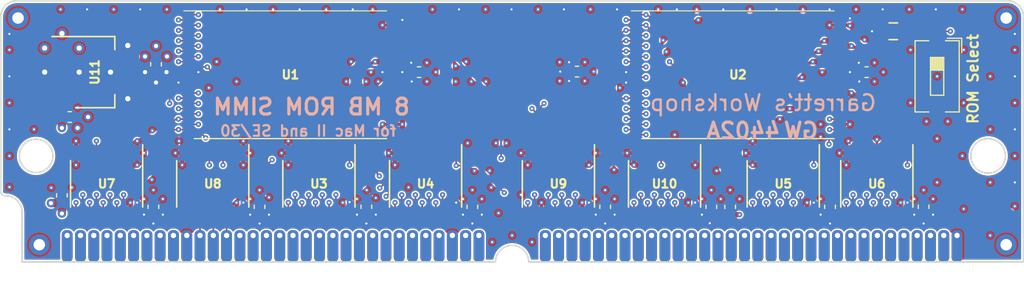
<source format=kicad_pcb>
(kicad_pcb (version 20171130) (host pcbnew "(5.1.5-0-10_14)")
  (layers (0 F.Cu signal) (1 In1.Cu power) (2 In2.Cu signal) (31 B.Cu power) (34 B.Paste user) (35 F.Paste user) (36 B.SilkS user) (37 F.SilkS user) (38 B.Mask user) (39 F.Mask user) (44 Edge.Cuts user))
  (net 0 "")
  (net 1 +5V)
  (net 2 /D0)
  (net 3 /D1)
  (net 4 /~WE~)
  (net 5 /D2)
  (net 6 /D3)
  (net 7 GND)
  (net 8 /D4)
  (net 9 /D5)
  (net 10 /D6)
  (net 11 /A11)
  (net 12 /D7)
  (net 13 /A0)
  (net 14 /A1)
  (net 15 /A2)
  (net 16 /A3)
  (net 17 /A4)
  (net 18 /A5)
  (net 19 /A6)
  (net 20 /A7)
  (net 21 /~CS~)
  (net 22 /~OE~)
  (net 23 /D8)
  (net 24 /D9)
  (net 25 /D10)
  (net 26 /D11)
  (net 27 /D12)
  (net 28 /D13)
  (net 29 /D14)
  (net 30 /D15)
  (net 31 /A8)
  (net 32 /A9)
  (net 33 /A10)
  (net 34 /A12)
  (net 35 /A13)
  (net 36 /A14)
  (net 37 /A15)
  (net 38 /A16)
  (net 39 /A17)
  (net 40 /A18)
  (net 41 /A19)
  (net 42 /A20)
  (net 43 /A21)
  (net 44 /A22)
  (net 45 /D16)
  (net 46 /D17)
  (net 47 /D18)
  (net 48 /D19)
  (net 49 /D20)
  (net 50 /D21)
  (net 51 /D22)
  (net 52 /D23)
  (net 53 /D24)
  (net 54 /D25)
  (net 55 /D26)
  (net 56 /D27)
  (net 57 /D28)
  (net 58 /D29)
  (net 59 /D30)
  (net 60 /D31)
  (net 61 +3V3)
  (net 62 /RD7)
  (net 63 /RD6)
  (net 64 /RD5)
  (net 65 /RD4)
  (net 66 /RD3)
  (net 67 /RD2)
  (net 68 /RD1)
  (net 69 /RD0)
  (net 70 /RD8)
  (net 71 /RD9)
  (net 72 /RD10)
  (net 73 /RD11)
  (net 74 /RD12)
  (net 75 /RD13)
  (net 76 /RD14)
  (net 77 /RD15)
  (net 78 /RD23)
  (net 79 /RD22)
  (net 80 /RD21)
  (net 81 /RD20)
  (net 82 /RD19)
  (net 83 /RD18)
  (net 84 /RD17)
  (net 85 /RD16)
  (net 86 /RD24)
  (net 87 /RD25)
  (net 88 /RD26)
  (net 89 /RD27)
  (net 90 /RD28)
  (net 91 /RD29)
  (net 92 /RD30)
  (net 93 /RD31)
  (net 94 /RA7)
  (net 95 /RA6)
  (net 96 /RA5)
  (net 97 /RA4)
  (net 98 /RA3)
  (net 99 /RA2)
  (net 100 /RA1)
  (net 101 /RA0)
  (net 102 /R~CS~)
  (net 103 /R~OE~)
  (net 104 /R~WE~)
  (net 105 "Net-(U8-Pad5)")
  (net 106 "Net-(U8-Pad7)")
  (net 107 /RA8)
  (net 108 /RA9)
  (net 109 /RA17)
  (net 110 /RA16)
  (net 111 /RA15)
  (net 112 /RA14)
  (net 113 /RA13)
  (net 114 /RA12)
  (net 115 /RA11)
  (net 116 /RA10)
  (net 117 /RA18)
  (net 118 /RA19)
  (net 119 /RA20)
  (net 120 /RA21)
  (net 121 /RA22)
  (net 122 "Net-(U8-Pad8)")
  (net 123 "Net-(U8-Pad9)")
  (net 124 "Net-(U9-Pad7)")
  (net 125 "Net-(U1-Pad15)")
  (net 126 "Net-(U2-Pad15)")
  (net 127 "Net-(U8-Pad3)")
  (net 128 "Net-(J1-Pad63)")
  (net 129 /RA23)
  (module Button_Switch_SMD:SW_DIP_SPSTx01_Slide_6.7x4.1mm_W8.61mm_P2.54mm_LowProfile (layer F.Cu) (at 161.29 109.855 270)
    (fp_text reference SW1 hide)
    (fp_text value "ROM Select" (at 0.254 -3.429 90) (layer F.SilkS) (effects (font (thickness 0.2032))))
    (pad 2 smd roundrect (at 4.305 0 270) (size 2.44 1.12) (layers F.Cu F.Paste F.Mask) (net 7 GND))
    (pad 1 smd roundrect (at -4.305 0 270) (size 2.44 1.12) (layers F.Cu F.Paste F.Mask) (net 129 /RA23))
  )
  (module stdpads:C_0603 (layer F.Cu) (at 86.6 108.7 90)
    (fp_text reference C14)
    (fp_text value 2u2)
    (pad 1 smd roundrect (at -0.75 0 90) (size 0.85 0.95) (layers F.Cu F.Paste F.Mask) (net 61 +3V3))
    (pad 2 smd roundrect (at 0.75 0 90) (size 0.85 0.95) (layers F.Cu F.Paste F.Mask) (net 7 GND))
  )
  (module stdpads:MacIIROMSIMM_Edge (layer F.Cu) (at 120.65 127.635)
    (fp_text reference J1 hide)
    (fp_text value ROM)
    (pad 64 thru_hole roundrect (at 42.545 -2.54) (size 1.0414 3.048) (drill 0.508 (offset 0 1.016)) (layers *.Cu *.Mask) (roundrect_rratio 0.4) (net 7 GND))
    (pad 63 thru_hole roundrect (at 41.275 -2.54) (size 1.0414 3.048) (drill 0.508 (offset 0 1.016)) (layers *.Cu *.Mask) (roundrect_rratio 0.4) (net 128 "Net-(J1-Pad63)"))
    (pad 62 thru_hole roundrect (at 40.005 -2.54) (size 1.0414 3.048) (drill 0.508 (offset 0 1.016)) (layers *.Cu *.Mask) (roundrect_rratio 0.4) (net 60 /D31))
    (pad 61 thru_hole roundrect (at 38.735 -2.54) (size 1.0414 3.048) (drill 0.508 (offset 0 1.016)) (layers *.Cu *.Mask) (roundrect_rratio 0.4) (net 59 /D30))
    (pad 60 thru_hole roundrect (at 37.465 -2.54) (size 1.0414 3.048) (drill 0.508 (offset 0 1.016)) (layers *.Cu *.Mask) (roundrect_rratio 0.4) (net 58 /D29))
    (pad 59 thru_hole roundrect (at 36.195 -2.54) (size 1.0414 3.048) (drill 0.508 (offset 0 1.016)) (layers *.Cu *.Mask) (roundrect_rratio 0.4) (net 57 /D28))
    (pad 58 thru_hole roundrect (at 34.925 -2.54) (size 1.0414 3.048) (drill 0.508 (offset 0 1.016)) (layers *.Cu *.Mask) (roundrect_rratio 0.4) (net 56 /D27))
    (pad 57 thru_hole roundrect (at 33.655 -2.54) (size 1.0414 3.048) (drill 0.508 (offset 0 1.016)) (layers *.Cu *.Mask) (roundrect_rratio 0.4) (net 55 /D26))
    (pad 56 thru_hole roundrect (at 32.385 -2.54) (size 1.0414 3.048) (drill 0.508 (offset 0 1.016)) (layers *.Cu *.Mask) (roundrect_rratio 0.4) (net 54 /D25))
    (pad 55 thru_hole roundrect (at 31.115 -2.54) (size 1.0414 3.048) (drill 0.508 (offset 0 1.016)) (layers *.Cu *.Mask) (roundrect_rratio 0.4) (net 53 /D24))
    (pad 54 thru_hole roundrect (at 29.845 -2.54) (size 1.0414 3.048) (drill 0.508 (offset 0 1.016)) (layers *.Cu *.Mask) (roundrect_rratio 0.4) (net 52 /D23))
    (pad 53 thru_hole roundrect (at 28.575 -2.54) (size 1.0414 3.048) (drill 0.508 (offset 0 1.016)) (layers *.Cu *.Mask) (roundrect_rratio 0.4) (net 51 /D22))
    (pad 52 thru_hole roundrect (at 27.305 -2.54) (size 1.0414 3.048) (drill 0.508 (offset 0 1.016)) (layers *.Cu *.Mask) (roundrect_rratio 0.4) (net 50 /D21))
    (pad 51 thru_hole roundrect (at 26.035 -2.54) (size 1.0414 3.048) (drill 0.508 (offset 0 1.016)) (layers *.Cu *.Mask) (roundrect_rratio 0.4) (net 49 /D20))
    (pad 50 thru_hole roundrect (at 24.765 -2.54) (size 1.0414 3.048) (drill 0.508 (offset 0 1.016)) (layers *.Cu *.Mask) (roundrect_rratio 0.4) (net 48 /D19))
    (pad 49 thru_hole roundrect (at 23.495 -2.54) (size 1.0414 3.048) (drill 0.508 (offset 0 1.016)) (layers *.Cu *.Mask) (roundrect_rratio 0.4) (net 47 /D18))
    (pad 48 thru_hole roundrect (at 22.225 -2.54) (size 1.0414 3.048) (drill 0.508 (offset 0 1.016)) (layers *.Cu *.Mask) (roundrect_rratio 0.4) (net 46 /D17))
    (pad 47 thru_hole roundrect (at 20.955 -2.54) (size 1.0414 3.048) (drill 0.508 (offset 0 1.016)) (layers *.Cu *.Mask) (roundrect_rratio 0.4) (net 45 /D16))
    (pad 46 thru_hole roundrect (at 19.685 -2.54) (size 1.0414 3.048) (drill 0.508 (offset 0 1.016)) (layers *.Cu *.Mask) (roundrect_rratio 0.4) (net 1 +5V))
    (pad 45 thru_hole roundrect (at 18.415 -2.54) (size 1.0414 3.048) (drill 0.508 (offset 0 1.016)) (layers *.Cu *.Mask) (roundrect_rratio 0.4) (net 44 /A22))
    (pad 44 thru_hole roundrect (at 17.145 -2.54) (size 1.0414 3.048) (drill 0.508 (offset 0 1.016)) (layers *.Cu *.Mask) (roundrect_rratio 0.4) (net 43 /A21))
    (pad 43 thru_hole roundrect (at 15.875 -2.54) (size 1.0414 3.048) (drill 0.508 (offset 0 1.016)) (layers *.Cu *.Mask) (roundrect_rratio 0.4) (net 42 /A20))
    (pad 42 thru_hole roundrect (at 14.605 -2.54) (size 1.0414 3.048) (drill 0.508 (offset 0 1.016)) (layers *.Cu *.Mask) (roundrect_rratio 0.4) (net 41 /A19))
    (pad 41 thru_hole roundrect (at 13.335 -2.54) (size 1.0414 3.048) (drill 0.508 (offset 0 1.016)) (layers *.Cu *.Mask) (roundrect_rratio 0.4) (net 40 /A18))
    (pad 40 thru_hole roundrect (at 12.065 -2.54) (size 1.0414 3.048) (drill 0.508 (offset 0 1.016)) (layers *.Cu *.Mask) (roundrect_rratio 0.4) (net 39 /A17))
    (pad 39 thru_hole roundrect (at 10.795 -2.54) (size 1.0414 3.048) (drill 0.508 (offset 0 1.016)) (layers *.Cu *.Mask) (roundrect_rratio 0.4) (net 38 /A16))
    (pad 38 thru_hole roundrect (at 9.525 -2.54) (size 1.0414 3.048) (drill 0.508 (offset 0 1.016)) (layers *.Cu *.Mask) (roundrect_rratio 0.4) (net 37 /A15))
    (pad 37 thru_hole roundrect (at 8.255 -2.54) (size 1.0414 3.048) (drill 0.508 (offset 0 1.016)) (layers *.Cu *.Mask) (roundrect_rratio 0.4) (net 36 /A14))
    (pad 36 thru_hole roundrect (at 6.985 -2.54) (size 1.0414 3.048) (drill 0.508 (offset 0 1.016)) (layers *.Cu *.Mask) (roundrect_rratio 0.4) (net 35 /A13))
    (pad 35 thru_hole roundrect (at 5.715 -2.54) (size 1.0414 3.048) (drill 0.508 (offset 0 1.016)) (layers *.Cu *.Mask) (roundrect_rratio 0.4) (net 34 /A12))
    (pad 34 thru_hole roundrect (at 4.445 -2.54) (size 1.0414 3.048) (drill 0.508 (offset 0 1.016)) (layers *.Cu *.Mask) (roundrect_rratio 0.4) (net 11 /A11))
    (pad 33 thru_hole roundrect (at 3.175 -2.54) (size 1.0414 3.048) (drill 0.508 (offset 0 1.016)) (layers *.Cu *.Mask) (roundrect_rratio 0.4) (net 33 /A10))
    (pad 32 thru_hole roundrect (at -3.175 -2.54) (size 1.0414 3.048) (drill 0.508 (offset 0 1.016)) (layers *.Cu *.Mask) (roundrect_rratio 0.4) (net 32 /A9))
    (pad 31 thru_hole roundrect (at -4.445 -2.54) (size 1.0414 3.048) (drill 0.508 (offset 0 1.016)) (layers *.Cu *.Mask) (roundrect_rratio 0.4) (net 31 /A8))
    (pad 30 thru_hole roundrect (at -5.715 -2.54) (size 1.0414 3.048) (drill 0.508 (offset 0 1.016)) (layers *.Cu *.Mask) (roundrect_rratio 0.4) (net 7 GND))
    (pad 29 thru_hole roundrect (at -6.985 -2.54) (size 1.0414 3.048) (drill 0.508 (offset 0 1.016)) (layers *.Cu *.Mask) (roundrect_rratio 0.4) (net 30 /D15))
    (pad 28 thru_hole roundrect (at -8.255 -2.54) (size 1.0414 3.048) (drill 0.508 (offset 0 1.016)) (layers *.Cu *.Mask) (roundrect_rratio 0.4) (net 29 /D14))
    (pad 27 thru_hole roundrect (at -9.525 -2.54) (size 1.0414 3.048) (drill 0.508 (offset 0 1.016)) (layers *.Cu *.Mask) (roundrect_rratio 0.4) (net 28 /D13))
    (pad 26 thru_hole roundrect (at -10.795 -2.54) (size 1.0414 3.048) (drill 0.508 (offset 0 1.016)) (layers *.Cu *.Mask) (roundrect_rratio 0.4) (net 27 /D12))
    (pad 25 thru_hole roundrect (at -12.065 -2.54) (size 1.0414 3.048) (drill 0.508 (offset 0 1.016)) (layers *.Cu *.Mask) (roundrect_rratio 0.4) (net 26 /D11))
    (pad 24 thru_hole roundrect (at -13.335 -2.54) (size 1.0414 3.048) (drill 0.508 (offset 0 1.016)) (layers *.Cu *.Mask) (roundrect_rratio 0.4) (net 25 /D10))
    (pad 23 thru_hole roundrect (at -14.605 -2.54) (size 1.0414 3.048) (drill 0.508 (offset 0 1.016)) (layers *.Cu *.Mask) (roundrect_rratio 0.4) (net 24 /D9))
    (pad 22 thru_hole roundrect (at -15.875 -2.54) (size 1.0414 3.048) (drill 0.508 (offset 0 1.016)) (layers *.Cu *.Mask) (roundrect_rratio 0.4) (net 23 /D8))
    (pad 21 thru_hole roundrect (at -17.145 -2.54) (size 1.0414 3.048) (drill 0.508 (offset 0 1.016)) (layers *.Cu *.Mask) (roundrect_rratio 0.4) (net 12 /D7))
    (pad 20 thru_hole roundrect (at -18.415 -2.54) (size 1.0414 3.048) (drill 0.508 (offset 0 1.016)) (layers *.Cu *.Mask) (roundrect_rratio 0.4) (net 10 /D6))
    (pad 19 thru_hole roundrect (at -19.685 -2.54) (size 1.0414 3.048) (drill 0.508 (offset 0 1.016)) (layers *.Cu *.Mask) (roundrect_rratio 0.4) (net 9 /D5))
    (pad 18 thru_hole roundrect (at -20.955 -2.54) (size 1.0414 3.048) (drill 0.508 (offset 0 1.016)) (layers *.Cu *.Mask) (roundrect_rratio 0.4) (net 8 /D4))
    (pad 17 thru_hole roundrect (at -22.225 -2.54) (size 1.0414 3.048) (drill 0.508 (offset 0 1.016)) (layers *.Cu *.Mask) (roundrect_rratio 0.4) (net 6 /D3))
    (pad 16 thru_hole roundrect (at -23.495 -2.54) (size 1.0414 3.048) (drill 0.508 (offset 0 1.016)) (layers *.Cu *.Mask) (roundrect_rratio 0.4) (net 5 /D2))
    (pad 15 thru_hole roundrect (at -24.765 -2.54) (size 1.0414 3.048) (drill 0.508 (offset 0 1.016)) (layers *.Cu *.Mask) (roundrect_rratio 0.4) (net 3 /D1))
    (pad 14 thru_hole roundrect (at -26.035 -2.54) (size 1.0414 3.048) (drill 0.508 (offset 0 1.016)) (layers *.Cu *.Mask) (roundrect_rratio 0.4) (net 2 /D0))
    (pad 13 thru_hole roundrect (at -27.305 -2.54) (size 1.0414 3.048) (drill 0.508 (offset 0 1.016)) (layers *.Cu *.Mask) (roundrect_rratio 0.4) (net 4 /~WE~))
    (pad 12 thru_hole roundrect (at -28.575 -2.54) (size 1.0414 3.048) (drill 0.508 (offset 0 1.016)) (layers *.Cu *.Mask) (roundrect_rratio 0.4) (net 22 /~OE~))
    (pad 11 thru_hole roundrect (at -29.845 -2.54) (size 1.0414 3.048) (drill 0.508 (offset 0 1.016)) (layers *.Cu *.Mask) (roundrect_rratio 0.4) (net 21 /~CS~))
    (pad 10 thru_hole roundrect (at -31.115 -2.54) (size 1.0414 3.048) (drill 0.508 (offset 0 1.016)) (layers *.Cu *.Mask) (roundrect_rratio 0.4) (net 7 GND))
    (pad 9 thru_hole roundrect (at -32.385 -2.54) (size 1.0414 3.048) (drill 0.508 (offset 0 1.016)) (layers *.Cu *.Mask) (roundrect_rratio 0.4) (net 20 /A7))
    (pad 8 thru_hole roundrect (at -33.655 -2.54) (size 1.0414 3.048) (drill 0.508 (offset 0 1.016)) (layers *.Cu *.Mask) (roundrect_rratio 0.4) (net 19 /A6))
    (pad 7 thru_hole roundrect (at -34.925 -2.54) (size 1.0414 3.048) (drill 0.508 (offset 0 1.016)) (layers *.Cu *.Mask) (roundrect_rratio 0.4) (net 18 /A5))
    (pad 6 thru_hole roundrect (at -36.195 -2.54) (size 1.0414 3.048) (drill 0.508 (offset 0 1.016)) (layers *.Cu *.Mask) (roundrect_rratio 0.4) (net 17 /A4))
    (pad 5 thru_hole roundrect (at -37.465 -2.54) (size 1.0414 3.048) (drill 0.508 (offset 0 1.016)) (layers *.Cu *.Mask) (roundrect_rratio 0.4) (net 16 /A3))
    (pad 4 thru_hole roundrect (at -38.735 -2.54) (size 1.0414 3.048) (drill 0.508 (offset 0 1.016)) (layers *.Cu *.Mask) (roundrect_rratio 0.4) (net 15 /A2))
    (pad 3 thru_hole roundrect (at -40.005 -2.54) (size 1.0414 3.048) (drill 0.508 (offset 0 1.016)) (layers *.Cu *.Mask) (roundrect_rratio 0.4) (net 14 /A1))
    (pad 2 thru_hole roundrect (at -41.275 -2.54) (size 1.0414 3.048) (drill 0.508 (offset 0 1.016)) (layers *.Cu *.Mask) (roundrect_rratio 0.4) (net 13 /A0))
    (pad 1 thru_hole roundrect (at -42.545 -2.54) (size 1.0414 3.048) (drill 0.508 (offset 0 1.016)) (layers *.Cu *.Mask) (roundrect_rratio 0.4) (net 1 +5V))
  )
  (module stdpads:PasteHole_1.1mm_PTH (layer F.Cu) (at 75.438 125.984)
    (fp_text reference H2)
    (fp_text value " " hide)
    (pad 1 thru_hole circle (at 0 0) (size 2 2) (drill 1.1) (layers *.Cu *.Mask) (net 7 GND))
  )
  (module stdpads:PasteHole_1.1mm_PTH (layer F.Cu) (at 167.894 125.984)
    (fp_text reference H3)
    (fp_text value " " hide)
    (pad 1 thru_hole circle (at 0 0) (size 2 2) (drill 1.1) (layers *.Cu *.Mask) (net 7 GND))
  )
  (module stdpads:TSOP-I-48_18.4x12mm_P0.5mm (layer F.Cu) (at 99.45 109.7)
    (fp_text reference U1)
    (fp_text value MX29LV320)
    (fp_text user %R (at 0 0) (layer F.SilkS) (effects (font (size 0.8128 0.8128) (thickness 0.2032))))
    (pad 48 smd roundrect (at 9.75 -5.75) (size 1.1 0.3) (layers F.Cu F.Paste F.Mask) (net 117 /RA18))
    (pad 47 smd roundrect (at 9.75 -5.25) (size 1.1 0.3) (layers F.Cu F.Paste F.Mask) (net 61 +3V3))
    (pad 46 smd roundrect (at 9.75 -4.75) (size 1.1 0.3) (layers F.Cu F.Paste F.Mask) (net 7 GND))
    (pad 45 smd roundrect (at 9.75 -4.25) (size 1.1 0.3) (layers F.Cu F.Paste F.Mask) (net 77 /RD15))
    (pad 44 smd roundrect (at 9.75 -3.75) (size 1.1 0.3) (layers F.Cu F.Paste F.Mask) (net 62 /RD7))
    (pad 43 smd roundrect (at 9.75 -3.25) (size 1.1 0.3) (layers F.Cu F.Paste F.Mask) (net 76 /RD14))
    (pad 42 smd roundrect (at 9.75 -2.75) (size 1.1 0.3) (layers F.Cu F.Paste F.Mask) (net 63 /RD6))
    (pad 41 smd roundrect (at 9.75 -2.25) (size 1.1 0.3) (layers F.Cu F.Paste F.Mask) (net 75 /RD13))
    (pad 40 smd roundrect (at 9.75 -1.75) (size 1.1 0.3) (layers F.Cu F.Paste F.Mask) (net 64 /RD5))
    (pad 39 smd roundrect (at 9.75 -1.25) (size 1.1 0.3) (layers F.Cu F.Paste F.Mask) (net 74 /RD12))
    (pad 38 smd roundrect (at 9.75 -0.75) (size 1.1 0.3) (layers F.Cu F.Paste F.Mask) (net 65 /RD4))
    (pad 37 smd roundrect (at 9.75 -0.25) (size 1.1 0.3) (layers F.Cu F.Paste F.Mask) (net 61 +3V3))
    (pad 36 smd roundrect (at 9.75 0.25) (size 1.1 0.3) (layers F.Cu F.Paste F.Mask) (net 73 /RD11))
    (pad 35 smd roundrect (at 9.75 0.75) (size 1.1 0.3) (layers F.Cu F.Paste F.Mask) (net 66 /RD3))
    (pad 34 smd roundrect (at 9.75 1.25) (size 1.1 0.3) (layers F.Cu F.Paste F.Mask) (net 72 /RD10))
    (pad 33 smd roundrect (at 9.75 1.75) (size 1.1 0.3) (layers F.Cu F.Paste F.Mask) (net 67 /RD2))
    (pad 32 smd roundrect (at 9.75 2.25) (size 1.1 0.3) (layers F.Cu F.Paste F.Mask) (net 71 /RD9))
    (pad 31 smd roundrect (at 9.75 2.75) (size 1.1 0.3) (layers F.Cu F.Paste F.Mask) (net 68 /RD1))
    (pad 30 smd roundrect (at 9.75 3.25) (size 1.1 0.3) (layers F.Cu F.Paste F.Mask) (net 70 /RD8))
    (pad 29 smd roundrect (at 9.75 3.75) (size 1.1 0.3) (layers F.Cu F.Paste F.Mask) (net 69 /RD0))
    (pad 28 smd roundrect (at 9.75 4.25) (size 1.1 0.3) (layers F.Cu F.Paste F.Mask) (net 103 /R~OE~))
    (pad 27 smd roundrect (at 9.75 4.75) (size 1.1 0.3) (layers F.Cu F.Paste F.Mask) (net 7 GND))
    (pad 26 smd roundrect (at 9.75 5.25) (size 1.1 0.3) (layers F.Cu F.Paste F.Mask) (net 102 /R~CS~))
    (pad 24 smd roundrect (at -9.75 5.75) (size 1.1 0.3) (layers F.Cu F.Paste F.Mask) (net 98 /RA3))
    (pad 23 smd roundrect (at -9.75 5.25) (size 1.1 0.3) (layers F.Cu F.Paste F.Mask) (net 97 /RA4))
    (pad 22 smd roundrect (at -9.75 4.75) (size 1.1 0.3) (layers F.Cu F.Paste F.Mask) (net 96 /RA5))
    (pad 21 smd roundrect (at -9.75 4.25) (size 1.1 0.3) (layers F.Cu F.Paste F.Mask) (net 95 /RA6))
    (pad 20 smd roundrect (at -9.75 3.75) (size 1.1 0.3) (layers F.Cu F.Paste F.Mask) (net 94 /RA7))
    (pad 19 smd roundrect (at -9.75 3.25) (size 1.1 0.3) (layers F.Cu F.Paste F.Mask) (net 107 /RA8))
    (pad 18 smd roundrect (at -9.75 2.75) (size 1.1 0.3) (layers F.Cu F.Paste F.Mask) (net 108 /RA9))
    (pad 17 smd roundrect (at -9.75 2.25) (size 1.1 0.3) (layers F.Cu F.Paste F.Mask) (net 118 /RA19))
    (pad 16 smd roundrect (at -9.75 1.75) (size 1.1 0.3) (layers F.Cu F.Paste F.Mask) (net 119 /RA20))
    (pad 15 smd roundrect (at -9.75 1.25) (size 1.1 0.3) (layers F.Cu F.Paste F.Mask) (net 125 "Net-(U1-Pad15)"))
    (pad 14 smd roundrect (at -9.75 0.75) (size 1.1 0.3) (layers F.Cu F.Paste F.Mask) (net 61 +3V3))
    (pad 13 smd roundrect (at -9.75 0.25) (size 1.1 0.3) (layers F.Cu F.Paste F.Mask) (net 129 /RA23))
    (pad 12 smd roundrect (at -9.75 -0.25) (size 1.1 0.3) (layers F.Cu F.Paste F.Mask) (net 61 +3V3))
    (pad 11 smd roundrect (at -9.75 -0.75) (size 1.1 0.3) (layers F.Cu F.Paste F.Mask) (net 104 /R~WE~))
    (pad 10 smd roundrect (at -9.75 -1.25) (size 1.1 0.3) (layers F.Cu F.Paste F.Mask) (net 121 /RA22))
    (pad 9 smd roundrect (at -9.75 -1.75) (size 1.1 0.3) (layers F.Cu F.Paste F.Mask) (net 120 /RA21))
    (pad 8 smd roundrect (at -9.75 -2.25) (size 1.1 0.3) (layers F.Cu F.Paste F.Mask) (net 116 /RA10))
    (pad 7 smd roundrect (at -9.75 -2.75) (size 1.1 0.3) (layers F.Cu F.Paste F.Mask) (net 115 /RA11))
    (pad 6 smd roundrect (at -9.75 -3.25) (size 1.1 0.3) (layers F.Cu F.Paste F.Mask) (net 114 /RA12))
    (pad 5 smd roundrect (at -9.75 -3.75) (size 1.1 0.3) (layers F.Cu F.Paste F.Mask) (net 113 /RA13))
    (pad 4 smd roundrect (at -9.75 -4.25) (size 1.1 0.3) (layers F.Cu F.Paste F.Mask) (net 112 /RA14))
    (pad 3 smd roundrect (at -9.75 -4.75) (size 1.1 0.3) (layers F.Cu F.Paste F.Mask) (net 111 /RA15))
    (pad 2 smd roundrect (at -9.75 -5.25) (size 1.1 0.3) (layers F.Cu F.Paste F.Mask) (net 110 /RA16))
    (pad 25 smd roundrect (at 9.75 5.75) (size 1.1 0.3) (layers F.Cu F.Paste F.Mask) (net 99 /RA2))
    (pad 1 smd roundrect (at -9.75 -5.75) (size 1.1 0.3) (layers F.Cu F.Paste F.Mask) (net 109 /RA17))
  )
  (module stdpads:TSOP-I-48_18.4x12mm_P0.5mm (layer F.Cu) (at 142.24 109.7)
    (fp_text reference U2)
    (fp_text value MX29LV320)
    (fp_text user %R (at 0 0) (layer F.SilkS) (effects (font (size 0.8128 0.8128) (thickness 0.2032))))
    (pad 48 smd roundrect (at 9.75 -5.75) (size 1.1 0.3) (layers F.Cu F.Paste F.Mask) (net 117 /RA18))
    (pad 47 smd roundrect (at 9.75 -5.25) (size 1.1 0.3) (layers F.Cu F.Paste F.Mask) (net 61 +3V3))
    (pad 46 smd roundrect (at 9.75 -4.75) (size 1.1 0.3) (layers F.Cu F.Paste F.Mask) (net 7 GND))
    (pad 45 smd roundrect (at 9.75 -4.25) (size 1.1 0.3) (layers F.Cu F.Paste F.Mask) (net 93 /RD31))
    (pad 44 smd roundrect (at 9.75 -3.75) (size 1.1 0.3) (layers F.Cu F.Paste F.Mask) (net 78 /RD23))
    (pad 43 smd roundrect (at 9.75 -3.25) (size 1.1 0.3) (layers F.Cu F.Paste F.Mask) (net 92 /RD30))
    (pad 42 smd roundrect (at 9.75 -2.75) (size 1.1 0.3) (layers F.Cu F.Paste F.Mask) (net 79 /RD22))
    (pad 41 smd roundrect (at 9.75 -2.25) (size 1.1 0.3) (layers F.Cu F.Paste F.Mask) (net 91 /RD29))
    (pad 40 smd roundrect (at 9.75 -1.75) (size 1.1 0.3) (layers F.Cu F.Paste F.Mask) (net 80 /RD21))
    (pad 39 smd roundrect (at 9.75 -1.25) (size 1.1 0.3) (layers F.Cu F.Paste F.Mask) (net 90 /RD28))
    (pad 38 smd roundrect (at 9.75 -0.75) (size 1.1 0.3) (layers F.Cu F.Paste F.Mask) (net 81 /RD20))
    (pad 37 smd roundrect (at 9.75 -0.25) (size 1.1 0.3) (layers F.Cu F.Paste F.Mask) (net 61 +3V3))
    (pad 36 smd roundrect (at 9.75 0.25) (size 1.1 0.3) (layers F.Cu F.Paste F.Mask) (net 89 /RD27))
    (pad 35 smd roundrect (at 9.75 0.75) (size 1.1 0.3) (layers F.Cu F.Paste F.Mask) (net 82 /RD19))
    (pad 34 smd roundrect (at 9.75 1.25) (size 1.1 0.3) (layers F.Cu F.Paste F.Mask) (net 88 /RD26))
    (pad 33 smd roundrect (at 9.75 1.75) (size 1.1 0.3) (layers F.Cu F.Paste F.Mask) (net 83 /RD18))
    (pad 32 smd roundrect (at 9.75 2.25) (size 1.1 0.3) (layers F.Cu F.Paste F.Mask) (net 87 /RD25))
    (pad 31 smd roundrect (at 9.75 2.75) (size 1.1 0.3) (layers F.Cu F.Paste F.Mask) (net 84 /RD17))
    (pad 30 smd roundrect (at 9.75 3.25) (size 1.1 0.3) (layers F.Cu F.Paste F.Mask) (net 86 /RD24))
    (pad 29 smd roundrect (at 9.75 3.75) (size 1.1 0.3) (layers F.Cu F.Paste F.Mask) (net 85 /RD16))
    (pad 28 smd roundrect (at 9.75 4.25) (size 1.1 0.3) (layers F.Cu F.Paste F.Mask) (net 103 /R~OE~))
    (pad 27 smd roundrect (at 9.75 4.75) (size 1.1 0.3) (layers F.Cu F.Paste F.Mask) (net 7 GND))
    (pad 26 smd roundrect (at 9.75 5.25) (size 1.1 0.3) (layers F.Cu F.Paste F.Mask) (net 102 /R~CS~))
    (pad 24 smd roundrect (at -9.75 5.75) (size 1.1 0.3) (layers F.Cu F.Paste F.Mask) (net 98 /RA3))
    (pad 23 smd roundrect (at -9.75 5.25) (size 1.1 0.3) (layers F.Cu F.Paste F.Mask) (net 97 /RA4))
    (pad 22 smd roundrect (at -9.75 4.75) (size 1.1 0.3) (layers F.Cu F.Paste F.Mask) (net 96 /RA5))
    (pad 21 smd roundrect (at -9.75 4.25) (size 1.1 0.3) (layers F.Cu F.Paste F.Mask) (net 95 /RA6))
    (pad 20 smd roundrect (at -9.75 3.75) (size 1.1 0.3) (layers F.Cu F.Paste F.Mask) (net 94 /RA7))
    (pad 19 smd roundrect (at -9.75 3.25) (size 1.1 0.3) (layers F.Cu F.Paste F.Mask) (net 107 /RA8))
    (pad 18 smd roundrect (at -9.75 2.75) (size 1.1 0.3) (layers F.Cu F.Paste F.Mask) (net 108 /RA9))
    (pad 17 smd roundrect (at -9.75 2.25) (size 1.1 0.3) (layers F.Cu F.Paste F.Mask) (net 118 /RA19))
    (pad 16 smd roundrect (at -9.75 1.75) (size 1.1 0.3) (layers F.Cu F.Paste F.Mask) (net 119 /RA20))
    (pad 15 smd roundrect (at -9.75 1.25) (size 1.1 0.3) (layers F.Cu F.Paste F.Mask) (net 126 "Net-(U2-Pad15)"))
    (pad 14 smd roundrect (at -9.75 0.75) (size 1.1 0.3) (layers F.Cu F.Paste F.Mask) (net 61 +3V3))
    (pad 13 smd roundrect (at -9.75 0.25) (size 1.1 0.3) (layers F.Cu F.Paste F.Mask) (net 129 /RA23))
    (pad 12 smd roundrect (at -9.75 -0.25) (size 1.1 0.3) (layers F.Cu F.Paste F.Mask) (net 61 +3V3))
    (pad 11 smd roundrect (at -9.75 -0.75) (size 1.1 0.3) (layers F.Cu F.Paste F.Mask) (net 104 /R~WE~))
    (pad 10 smd roundrect (at -9.75 -1.25) (size 1.1 0.3) (layers F.Cu F.Paste F.Mask) (net 121 /RA22))
    (pad 9 smd roundrect (at -9.75 -1.75) (size 1.1 0.3) (layers F.Cu F.Paste F.Mask) (net 120 /RA21))
    (pad 8 smd roundrect (at -9.75 -2.25) (size 1.1 0.3) (layers F.Cu F.Paste F.Mask) (net 116 /RA10))
    (pad 7 smd roundrect (at -9.75 -2.75) (size 1.1 0.3) (layers F.Cu F.Paste F.Mask) (net 115 /RA11))
    (pad 6 smd roundrect (at -9.75 -3.25) (size 1.1 0.3) (layers F.Cu F.Paste F.Mask) (net 114 /RA12))
    (pad 5 smd roundrect (at -9.75 -3.75) (size 1.1 0.3) (layers F.Cu F.Paste F.Mask) (net 113 /RA13))
    (pad 4 smd roundrect (at -9.75 -4.25) (size 1.1 0.3) (layers F.Cu F.Paste F.Mask) (net 112 /RA14))
    (pad 3 smd roundrect (at -9.75 -4.75) (size 1.1 0.3) (layers F.Cu F.Paste F.Mask) (net 111 /RA15))
    (pad 2 smd roundrect (at -9.75 -5.25) (size 1.1 0.3) (layers F.Cu F.Paste F.Mask) (net 110 /RA16))
    (pad 25 smd roundrect (at 9.75 5.75) (size 1.1 0.3) (layers F.Cu F.Paste F.Mask) (net 99 /RA2))
    (pad 1 smd roundrect (at -9.75 -5.75) (size 1.1 0.3) (layers F.Cu F.Paste F.Mask) (net 109 /RA17))
  )
  (module stdpads:TSSOP-20_4.4x6.5mm_P0.65mm (layer F.Cu) (at 102.175 120.15 270)
    (fp_text reference U3)
    (fp_text value 74AHC245)
    (fp_text user %R (at 0 0) (layer F.SilkS) (effects (font (size 0.8128 0.8128) (thickness 0.2032))))
    (pad 20 smd roundrect (at 2.95 -2.925 270) (size 1.45 0.45) (layers F.Cu F.Paste F.Mask) (net 61 +3V3))
    (pad 19 smd roundrect (at 2.95 -2.275 270) (size 1.45 0.45) (layers F.Cu F.Paste F.Mask) (net 7 GND))
    (pad 18 smd roundrect (at 2.95 -1.625 270) (size 1.45 0.45) (layers F.Cu F.Paste F.Mask) (net 12 /D7))
    (pad 17 smd roundrect (at 2.95 -0.975 270) (size 1.45 0.45) (layers F.Cu F.Paste F.Mask) (net 10 /D6))
    (pad 16 smd roundrect (at 2.95 -0.325 270) (size 1.45 0.45) (layers F.Cu F.Paste F.Mask) (net 9 /D5))
    (pad 15 smd roundrect (at 2.95 0.325 270) (size 1.45 0.45) (layers F.Cu F.Paste F.Mask) (net 8 /D4))
    (pad 14 smd roundrect (at 2.95 0.975 270) (size 1.45 0.45) (layers F.Cu F.Paste F.Mask) (net 6 /D3))
    (pad 13 smd roundrect (at 2.95 1.625 270) (size 1.45 0.45) (layers F.Cu F.Paste F.Mask) (net 5 /D2))
    (pad 12 smd roundrect (at 2.95 2.275 270) (size 1.45 0.45) (layers F.Cu F.Paste F.Mask) (net 3 /D1))
    (pad 11 smd roundrect (at 2.95 2.925 270) (size 1.45 0.45) (layers F.Cu F.Paste F.Mask) (net 2 /D0))
    (pad 10 smd roundrect (at -2.95 2.925 270) (size 1.45 0.45) (layers F.Cu F.Paste F.Mask) (net 7 GND))
    (pad 9 smd roundrect (at -2.95 2.275 270) (size 1.45 0.45) (layers F.Cu F.Paste F.Mask) (net 69 /RD0))
    (pad 8 smd roundrect (at -2.95 1.625 270) (size 1.45 0.45) (layers F.Cu F.Paste F.Mask) (net 68 /RD1))
    (pad 7 smd roundrect (at -2.95 0.975 270) (size 1.45 0.45) (layers F.Cu F.Paste F.Mask) (net 67 /RD2))
    (pad 6 smd roundrect (at -2.95 0.325 270) (size 1.45 0.45) (layers F.Cu F.Paste F.Mask) (net 66 /RD3))
    (pad 5 smd roundrect (at -2.95 -0.325 270) (size 1.45 0.45) (layers F.Cu F.Paste F.Mask) (net 65 /RD4))
    (pad 4 smd roundrect (at -2.95 -0.975 270) (size 1.45 0.45) (layers F.Cu F.Paste F.Mask) (net 64 /RD5))
    (pad 3 smd roundrect (at -2.95 -1.625 270) (size 1.45 0.45) (layers F.Cu F.Paste F.Mask) (net 63 /RD6))
    (pad 2 smd roundrect (at -2.95 -2.275 270) (size 1.45 0.45) (layers F.Cu F.Paste F.Mask) (net 62 /RD7))
    (pad 1 smd roundrect (at -2.95 -2.925 270) (size 1.45 0.45) (layers F.Cu F.Paste F.Mask) (net 4 /~WE~))
  )
  (module stdpads:TSSOP-20_4.4x6.5mm_P0.65mm (layer F.Cu) (at 146.575 120.15 270)
    (fp_text reference U5)
    (fp_text value 74AHC245)
    (fp_text user %R (at 0 0) (layer F.SilkS) (effects (font (size 0.8128 0.8128) (thickness 0.2032))))
    (pad 20 smd roundrect (at 2.95 -2.925 270) (size 1.45 0.45) (layers F.Cu F.Paste F.Mask) (net 61 +3V3))
    (pad 19 smd roundrect (at 2.95 -2.275 270) (size 1.45 0.45) (layers F.Cu F.Paste F.Mask) (net 7 GND))
    (pad 18 smd roundrect (at 2.95 -1.625 270) (size 1.45 0.45) (layers F.Cu F.Paste F.Mask) (net 52 /D23))
    (pad 17 smd roundrect (at 2.95 -0.975 270) (size 1.45 0.45) (layers F.Cu F.Paste F.Mask) (net 51 /D22))
    (pad 16 smd roundrect (at 2.95 -0.325 270) (size 1.45 0.45) (layers F.Cu F.Paste F.Mask) (net 50 /D21))
    (pad 15 smd roundrect (at 2.95 0.325 270) (size 1.45 0.45) (layers F.Cu F.Paste F.Mask) (net 49 /D20))
    (pad 14 smd roundrect (at 2.95 0.975 270) (size 1.45 0.45) (layers F.Cu F.Paste F.Mask) (net 48 /D19))
    (pad 13 smd roundrect (at 2.95 1.625 270) (size 1.45 0.45) (layers F.Cu F.Paste F.Mask) (net 47 /D18))
    (pad 12 smd roundrect (at 2.95 2.275 270) (size 1.45 0.45) (layers F.Cu F.Paste F.Mask) (net 46 /D17))
    (pad 11 smd roundrect (at 2.95 2.925 270) (size 1.45 0.45) (layers F.Cu F.Paste F.Mask) (net 45 /D16))
    (pad 10 smd roundrect (at -2.95 2.925 270) (size 1.45 0.45) (layers F.Cu F.Paste F.Mask) (net 7 GND))
    (pad 9 smd roundrect (at -2.95 2.275 270) (size 1.45 0.45) (layers F.Cu F.Paste F.Mask) (net 85 /RD16))
    (pad 8 smd roundrect (at -2.95 1.625 270) (size 1.45 0.45) (layers F.Cu F.Paste F.Mask) (net 84 /RD17))
    (pad 7 smd roundrect (at -2.95 0.975 270) (size 1.45 0.45) (layers F.Cu F.Paste F.Mask) (net 83 /RD18))
    (pad 6 smd roundrect (at -2.95 0.325 270) (size 1.45 0.45) (layers F.Cu F.Paste F.Mask) (net 82 /RD19))
    (pad 5 smd roundrect (at -2.95 -0.325 270) (size 1.45 0.45) (layers F.Cu F.Paste F.Mask) (net 81 /RD20))
    (pad 4 smd roundrect (at -2.95 -0.975 270) (size 1.45 0.45) (layers F.Cu F.Paste F.Mask) (net 80 /RD21))
    (pad 3 smd roundrect (at -2.95 -1.625 270) (size 1.45 0.45) (layers F.Cu F.Paste F.Mask) (net 79 /RD22))
    (pad 2 smd roundrect (at -2.95 -2.275 270) (size 1.45 0.45) (layers F.Cu F.Paste F.Mask) (net 78 /RD23))
    (pad 1 smd roundrect (at -2.95 -2.925 270) (size 1.45 0.45) (layers F.Cu F.Paste F.Mask) (net 4 /~WE~))
  )
  (module stdpads:C_0603 (layer F.Cu) (at 77.6 121.25 90)
    (fp_text reference C1)
    (fp_text value 2u2)
    (pad 1 smd roundrect (at -0.75 0 90) (size 0.85 0.95) (layers F.Cu F.Paste F.Mask) (net 1 +5V))
    (pad 2 smd roundrect (at 0.75 0 90) (size 0.85 0.95) (layers F.Cu F.Paste F.Mask) (net 7 GND))
  )
  (module stdpads:C_0603 (layer F.Cu) (at 141.5 122.35 90)
    (fp_text reference C2)
    (fp_text value 2u2)
    (pad 2 smd roundrect (at 0.75 0 90) (size 0.85 0.95) (layers F.Cu F.Paste F.Mask) (net 7 GND))
    (pad 1 smd roundrect (at -0.75 0 90) (size 0.85 0.95) (layers F.Cu F.Paste F.Mask) (net 1 +5V))
  )
  (module stdpads:C_0603 (layer F.Cu) (at 78.35 113.75)
    (fp_text reference C3)
    (fp_text value 2u2)
    (pad 1 smd roundrect (at -0.75 0) (size 0.85 0.95) (layers F.Cu F.Paste F.Mask) (net 1 +5V))
    (pad 2 smd roundrect (at 0.75 0) (size 0.85 0.95) (layers F.Cu F.Paste F.Mask) (net 7 GND))
  )
  (module stdpads:C_0603 (layer F.Cu) (at 111.75 109.45)
    (fp_text reference C4)
    (fp_text value 2u2)
    (pad 1 smd roundrect (at -0.75 0) (size 0.85 0.95) (layers F.Cu F.Paste F.Mask) (net 61 +3V3))
    (pad 2 smd roundrect (at 0.75 0) (size 0.85 0.95) (layers F.Cu F.Paste F.Mask) (net 7 GND))
  )
  (module stdpads:C_0603 (layer F.Cu) (at 154.55 109.45)
    (fp_text reference C5)
    (fp_text value 2u2)
    (pad 1 smd roundrect (at -0.75 0) (size 0.85 0.95) (layers F.Cu F.Paste F.Mask) (net 61 +3V3))
    (pad 2 smd roundrect (at 0.75 0) (size 0.85 0.95) (layers F.Cu F.Paste F.Mask) (net 7 GND))
  )
  (module stdpads:C_0603 (layer F.Cu) (at 86.35 122.35 90)
    (fp_text reference C6)
    (fp_text value 2u2)
    (pad 2 smd roundrect (at 0.75 0 90) (size 0.85 0.95) (layers F.Cu F.Paste F.Mask) (net 7 GND))
    (pad 1 smd roundrect (at -0.75 0 90) (size 0.85 0.95) (layers F.Cu F.Paste F.Mask) (net 61 +3V3))
  )
  (module stdpads:C_0603 (layer F.Cu) (at 96.5 122.35 90)
    (fp_text reference C7)
    (fp_text value 2u2)
    (pad 2 smd roundrect (at 0.75 0 90) (size 0.85 0.95) (layers F.Cu F.Paste F.Mask) (net 7 GND))
    (pad 1 smd roundrect (at -0.75 0 90) (size 0.85 0.95) (layers F.Cu F.Paste F.Mask) (net 61 +3V3))
  )
  (module stdpads:C_0603 (layer F.Cu) (at 116.85 122.35 90)
    (fp_text reference C9)
    (fp_text value 2u2)
    (pad 2 smd roundrect (at 0.75 0 90) (size 0.85 0.95) (layers F.Cu F.Paste F.Mask) (net 7 GND))
    (pad 1 smd roundrect (at -0.75 0 90) (size 0.85 0.95) (layers F.Cu F.Paste F.Mask) (net 61 +3V3))
  )
  (module stdpads:C_0603 (layer F.Cu) (at 129.55 122.35 90)
    (fp_text reference C10)
    (fp_text value 2u2)
    (pad 1 smd roundrect (at -0.75 0 90) (size 0.85 0.95) (layers F.Cu F.Paste F.Mask) (net 61 +3V3))
    (pad 2 smd roundrect (at 0.75 0 90) (size 0.85 0.95) (layers F.Cu F.Paste F.Mask) (net 7 GND))
  )
  (module stdpads:C_0603 (layer F.Cu) (at 139.7 122.35 90)
    (fp_text reference C11)
    (fp_text value 2u2)
    (pad 2 smd roundrect (at 0.75 0 90) (size 0.85 0.95) (layers F.Cu F.Paste F.Mask) (net 7 GND))
    (pad 1 smd roundrect (at -0.75 0 90) (size 0.85 0.95) (layers F.Cu F.Paste F.Mask) (net 61 +3V3))
  )
  (module stdpads:C_0603 (layer F.Cu) (at 151.05 122.35 90)
    (fp_text reference C12)
    (fp_text value 2u2)
    (pad 1 smd roundrect (at -0.75 0 90) (size 0.85 0.95) (layers F.Cu F.Paste F.Mask) (net 61 +3V3))
    (pad 2 smd roundrect (at 0.75 0 90) (size 0.85 0.95) (layers F.Cu F.Paste F.Mask) (net 7 GND))
  )
  (module stdpads:C_0603 (layer F.Cu) (at 160 122.35 90)
    (fp_text reference C13)
    (fp_text value 2u2)
    (pad 2 smd roundrect (at 0.75 0 90) (size 0.85 0.95) (layers F.Cu F.Paste F.Mask) (net 7 GND))
    (pad 1 smd roundrect (at -0.75 0 90) (size 0.85 0.95) (layers F.Cu F.Paste F.Mask) (net 61 +3V3))
  )
  (module stdpads:TSSOP-20_4.4x6.5mm_P0.65mm (layer F.Cu) (at 112.375 120.15 270)
    (fp_text reference U4)
    (fp_text value 74AHC245)
    (fp_text user %R (at 0 0) (layer F.SilkS) (effects (font (size 0.8128 0.8128) (thickness 0.2032))))
    (pad 1 smd roundrect (at -2.95 -2.925 270) (size 1.45 0.45) (layers F.Cu F.Paste F.Mask) (net 4 /~WE~))
    (pad 2 smd roundrect (at -2.95 -2.275 270) (size 1.45 0.45) (layers F.Cu F.Paste F.Mask) (net 77 /RD15))
    (pad 3 smd roundrect (at -2.95 -1.625 270) (size 1.45 0.45) (layers F.Cu F.Paste F.Mask) (net 76 /RD14))
    (pad 4 smd roundrect (at -2.95 -0.975 270) (size 1.45 0.45) (layers F.Cu F.Paste F.Mask) (net 75 /RD13))
    (pad 5 smd roundrect (at -2.95 -0.325 270) (size 1.45 0.45) (layers F.Cu F.Paste F.Mask) (net 74 /RD12))
    (pad 6 smd roundrect (at -2.95 0.325 270) (size 1.45 0.45) (layers F.Cu F.Paste F.Mask) (net 73 /RD11))
    (pad 7 smd roundrect (at -2.95 0.975 270) (size 1.45 0.45) (layers F.Cu F.Paste F.Mask) (net 72 /RD10))
    (pad 8 smd roundrect (at -2.95 1.625 270) (size 1.45 0.45) (layers F.Cu F.Paste F.Mask) (net 71 /RD9))
    (pad 9 smd roundrect (at -2.95 2.275 270) (size 1.45 0.45) (layers F.Cu F.Paste F.Mask) (net 70 /RD8))
    (pad 10 smd roundrect (at -2.95 2.925 270) (size 1.45 0.45) (layers F.Cu F.Paste F.Mask) (net 7 GND))
    (pad 11 smd roundrect (at 2.95 2.925 270) (size 1.45 0.45) (layers F.Cu F.Paste F.Mask) (net 23 /D8))
    (pad 12 smd roundrect (at 2.95 2.275 270) (size 1.45 0.45) (layers F.Cu F.Paste F.Mask) (net 24 /D9))
    (pad 13 smd roundrect (at 2.95 1.625 270) (size 1.45 0.45) (layers F.Cu F.Paste F.Mask) (net 25 /D10))
    (pad 14 smd roundrect (at 2.95 0.975 270) (size 1.45 0.45) (layers F.Cu F.Paste F.Mask) (net 26 /D11))
    (pad 15 smd roundrect (at 2.95 0.325 270) (size 1.45 0.45) (layers F.Cu F.Paste F.Mask) (net 27 /D12))
    (pad 16 smd roundrect (at 2.95 -0.325 270) (size 1.45 0.45) (layers F.Cu F.Paste F.Mask) (net 28 /D13))
    (pad 17 smd roundrect (at 2.95 -0.975 270) (size 1.45 0.45) (layers F.Cu F.Paste F.Mask) (net 29 /D14))
    (pad 18 smd roundrect (at 2.95 -1.625 270) (size 1.45 0.45) (layers F.Cu F.Paste F.Mask) (net 30 /D15))
    (pad 19 smd roundrect (at 2.95 -2.275 270) (size 1.45 0.45) (layers F.Cu F.Paste F.Mask) (net 7 GND))
    (pad 20 smd roundrect (at 2.95 -2.925 270) (size 1.45 0.45) (layers F.Cu F.Paste F.Mask) (net 61 +3V3))
  )
  (module stdpads:TSSOP-20_4.4x6.5mm_P0.65mm (layer F.Cu) (at 155.525 120.15 270)
    (fp_text reference U6)
    (fp_text value 74AHC245)
    (fp_text user %R (at 0 0) (layer F.SilkS) (effects (font (size 0.8128 0.8128) (thickness 0.2032))))
    (pad 1 smd roundrect (at -2.95 -2.925 270) (size 1.45 0.45) (layers F.Cu F.Paste F.Mask) (net 4 /~WE~))
    (pad 2 smd roundrect (at -2.95 -2.275 270) (size 1.45 0.45) (layers F.Cu F.Paste F.Mask) (net 93 /RD31))
    (pad 3 smd roundrect (at -2.95 -1.625 270) (size 1.45 0.45) (layers F.Cu F.Paste F.Mask) (net 92 /RD30))
    (pad 4 smd roundrect (at -2.95 -0.975 270) (size 1.45 0.45) (layers F.Cu F.Paste F.Mask) (net 91 /RD29))
    (pad 5 smd roundrect (at -2.95 -0.325 270) (size 1.45 0.45) (layers F.Cu F.Paste F.Mask) (net 90 /RD28))
    (pad 6 smd roundrect (at -2.95 0.325 270) (size 1.45 0.45) (layers F.Cu F.Paste F.Mask) (net 89 /RD27))
    (pad 7 smd roundrect (at -2.95 0.975 270) (size 1.45 0.45) (layers F.Cu F.Paste F.Mask) (net 88 /RD26))
    (pad 8 smd roundrect (at -2.95 1.625 270) (size 1.45 0.45) (layers F.Cu F.Paste F.Mask) (net 87 /RD25))
    (pad 9 smd roundrect (at -2.95 2.275 270) (size 1.45 0.45) (layers F.Cu F.Paste F.Mask) (net 86 /RD24))
    (pad 10 smd roundrect (at -2.95 2.925 270) (size 1.45 0.45) (layers F.Cu F.Paste F.Mask) (net 7 GND))
    (pad 11 smd roundrect (at 2.95 2.925 270) (size 1.45 0.45) (layers F.Cu F.Paste F.Mask) (net 53 /D24))
    (pad 12 smd roundrect (at 2.95 2.275 270) (size 1.45 0.45) (layers F.Cu F.Paste F.Mask) (net 54 /D25))
    (pad 13 smd roundrect (at 2.95 1.625 270) (size 1.45 0.45) (layers F.Cu F.Paste F.Mask) (net 55 /D26))
    (pad 14 smd roundrect (at 2.95 0.975 270) (size 1.45 0.45) (layers F.Cu F.Paste F.Mask) (net 56 /D27))
    (pad 15 smd roundrect (at 2.95 0.325 270) (size 1.45 0.45) (layers F.Cu F.Paste F.Mask) (net 57 /D28))
    (pad 16 smd roundrect (at 2.95 -0.325 270) (size 1.45 0.45) (layers F.Cu F.Paste F.Mask) (net 58 /D29))
    (pad 17 smd roundrect (at 2.95 -0.975 270) (size 1.45 0.45) (layers F.Cu F.Paste F.Mask) (net 59 /D30))
    (pad 18 smd roundrect (at 2.95 -1.625 270) (size 1.45 0.45) (layers F.Cu F.Paste F.Mask) (net 60 /D31))
    (pad 19 smd roundrect (at 2.95 -2.275 270) (size 1.45 0.45) (layers F.Cu F.Paste F.Mask) (net 7 GND))
    (pad 20 smd roundrect (at 2.95 -2.925 270) (size 1.45 0.45) (layers F.Cu F.Paste F.Mask) (net 61 +3V3))
  )
  (module stdpads:TSSOP-20_4.4x6.5mm_P0.65mm (layer F.Cu) (at 81.875 120.15 270)
    (fp_text reference U7)
    (fp_text value 74AHC245)
    (fp_text user %R (at 0 0) (layer F.SilkS) (effects (font (size 0.8128 0.8128) (thickness 0.2032))))
    (pad 20 smd roundrect (at 2.95 -2.925 270) (size 1.45 0.45) (layers F.Cu F.Paste F.Mask) (net 61 +3V3))
    (pad 19 smd roundrect (at 2.95 -2.275 270) (size 1.45 0.45) (layers F.Cu F.Paste F.Mask) (net 7 GND))
    (pad 18 smd roundrect (at 2.95 -1.625 270) (size 1.45 0.45) (layers F.Cu F.Paste F.Mask) (net 20 /A7))
    (pad 17 smd roundrect (at 2.95 -0.975 270) (size 1.45 0.45) (layers F.Cu F.Paste F.Mask) (net 19 /A6))
    (pad 16 smd roundrect (at 2.95 -0.325 270) (size 1.45 0.45) (layers F.Cu F.Paste F.Mask) (net 18 /A5))
    (pad 15 smd roundrect (at 2.95 0.325 270) (size 1.45 0.45) (layers F.Cu F.Paste F.Mask) (net 17 /A4))
    (pad 14 smd roundrect (at 2.95 0.975 270) (size 1.45 0.45) (layers F.Cu F.Paste F.Mask) (net 16 /A3))
    (pad 13 smd roundrect (at 2.95 1.625 270) (size 1.45 0.45) (layers F.Cu F.Paste F.Mask) (net 15 /A2))
    (pad 12 smd roundrect (at 2.95 2.275 270) (size 1.45 0.45) (layers F.Cu F.Paste F.Mask) (net 14 /A1))
    (pad 11 smd roundrect (at 2.95 2.925 270) (size 1.45 0.45) (layers F.Cu F.Paste F.Mask) (net 13 /A0))
    (pad 10 smd roundrect (at -2.95 2.925 270) (size 1.45 0.45) (layers F.Cu F.Paste F.Mask) (net 7 GND))
    (pad 9 smd roundrect (at -2.95 2.275 270) (size 1.45 0.45) (layers F.Cu F.Paste F.Mask) (net 101 /RA0))
    (pad 8 smd roundrect (at -2.95 1.625 270) (size 1.45 0.45) (layers F.Cu F.Paste F.Mask) (net 100 /RA1))
    (pad 7 smd roundrect (at -2.95 0.975 270) (size 1.45 0.45) (layers F.Cu F.Paste F.Mask) (net 99 /RA2))
    (pad 6 smd roundrect (at -2.95 0.325 270) (size 1.45 0.45) (layers F.Cu F.Paste F.Mask) (net 98 /RA3))
    (pad 5 smd roundrect (at -2.95 -0.325 270) (size 1.45 0.45) (layers F.Cu F.Paste F.Mask) (net 97 /RA4))
    (pad 4 smd roundrect (at -2.95 -0.975 270) (size 1.45 0.45) (layers F.Cu F.Paste F.Mask) (net 96 /RA5))
    (pad 3 smd roundrect (at -2.95 -1.625 270) (size 1.45 0.45) (layers F.Cu F.Paste F.Mask) (net 95 /RA6))
    (pad 2 smd roundrect (at -2.95 -2.275 270) (size 1.45 0.45) (layers F.Cu F.Paste F.Mask) (net 94 /RA7))
    (pad 1 smd roundrect (at -2.95 -2.925 270) (size 1.45 0.45) (layers F.Cu F.Paste F.Mask) (net 7 GND))
  )
  (module stdpads:TSSOP-20_4.4x6.5mm_P0.65mm (layer F.Cu) (at 92.025 120.15 270)
    (fp_text reference U8)
    (fp_text value 74AHC245)
    (fp_text user %R (at 0 0) (layer F.SilkS) (effects (font (size 0.8128 0.8128) (thickness 0.2032))))
    (pad 1 smd roundrect (at -2.95 -2.925 270) (size 1.45 0.45) (layers F.Cu F.Paste F.Mask) (net 7 GND))
    (pad 2 smd roundrect (at -2.95 -2.275 270) (size 1.45 0.45) (layers F.Cu F.Paste F.Mask) (net 104 /R~WE~))
    (pad 3 smd roundrect (at -2.95 -1.625 270) (size 1.45 0.45) (layers F.Cu F.Paste F.Mask) (net 127 "Net-(U8-Pad3)"))
    (pad 4 smd roundrect (at -2.95 -0.975 270) (size 1.45 0.45) (layers F.Cu F.Paste F.Mask) (net 103 /R~OE~))
    (pad 5 smd roundrect (at -2.95 -0.325 270) (size 1.45 0.45) (layers F.Cu F.Paste F.Mask) (net 105 "Net-(U8-Pad5)"))
    (pad 6 smd roundrect (at -2.95 0.325 270) (size 1.45 0.45) (layers F.Cu F.Paste F.Mask) (net 102 /R~CS~))
    (pad 7 smd roundrect (at -2.95 0.975 270) (size 1.45 0.45) (layers F.Cu F.Paste F.Mask) (net 106 "Net-(U8-Pad7)"))
    (pad 8 smd roundrect (at -2.95 1.625 270) (size 1.45 0.45) (layers F.Cu F.Paste F.Mask) (net 122 "Net-(U8-Pad8)"))
    (pad 9 smd roundrect (at -2.95 2.275 270) (size 1.45 0.45) (layers F.Cu F.Paste F.Mask) (net 123 "Net-(U8-Pad9)"))
    (pad 10 smd roundrect (at -2.95 2.925 270) (size 1.45 0.45) (layers F.Cu F.Paste F.Mask) (net 7 GND))
    (pad 11 smd roundrect (at 2.95 2.925 270) (size 1.45 0.45) (layers F.Cu F.Paste F.Mask) (net 7 GND))
    (pad 12 smd roundrect (at 2.95 2.275 270) (size 1.45 0.45) (layers F.Cu F.Paste F.Mask) (net 7 GND))
    (pad 13 smd roundrect (at 2.95 1.625 270) (size 1.45 0.45) (layers F.Cu F.Paste F.Mask) (net 7 GND))
    (pad 14 smd roundrect (at 2.95 0.975 270) (size 1.45 0.45) (layers F.Cu F.Paste F.Mask) (net 21 /~CS~))
    (pad 15 smd roundrect (at 2.95 0.325 270) (size 1.45 0.45) (layers F.Cu F.Paste F.Mask) (net 7 GND))
    (pad 16 smd roundrect (at 2.95 -0.325 270) (size 1.45 0.45) (layers F.Cu F.Paste F.Mask) (net 22 /~OE~))
    (pad 17 smd roundrect (at 2.95 -0.975 270) (size 1.45 0.45) (layers F.Cu F.Paste F.Mask) (net 7 GND))
    (pad 18 smd roundrect (at 2.95 -1.625 270) (size 1.45 0.45) (layers F.Cu F.Paste F.Mask) (net 4 /~WE~))
    (pad 19 smd roundrect (at 2.95 -2.275 270) (size 1.45 0.45) (layers F.Cu F.Paste F.Mask) (net 7 GND))
    (pad 20 smd roundrect (at 2.95 -2.925 270) (size 1.45 0.45) (layers F.Cu F.Paste F.Mask) (net 61 +3V3))
  )
  (module stdpads:TSSOP-20_4.4x6.5mm_P0.65mm (layer F.Cu) (at 125.075 120.15 270)
    (fp_text reference U9)
    (fp_text value 74AHC245)
    (fp_text user %R (at 0 0) (layer F.SilkS) (effects (font (size 0.8128 0.8128) (thickness 0.2032))))
    (pad 20 smd roundrect (at 2.95 -2.925 270) (size 1.45 0.45) (layers F.Cu F.Paste F.Mask) (net 61 +3V3))
    (pad 19 smd roundrect (at 2.95 -2.275 270) (size 1.45 0.45) (layers F.Cu F.Paste F.Mask) (net 7 GND))
    (pad 18 smd roundrect (at 2.95 -1.625 270) (size 1.45 0.45) (layers F.Cu F.Paste F.Mask) (net 36 /A14))
    (pad 17 smd roundrect (at 2.95 -0.975 270) (size 1.45 0.45) (layers F.Cu F.Paste F.Mask) (net 35 /A13))
    (pad 16 smd roundrect (at 2.95 -0.325 270) (size 1.45 0.45) (layers F.Cu F.Paste F.Mask) (net 34 /A12))
    (pad 15 smd roundrect (at 2.95 0.325 270) (size 1.45 0.45) (layers F.Cu F.Paste F.Mask) (net 11 /A11))
    (pad 14 smd roundrect (at 2.95 0.975 270) (size 1.45 0.45) (layers F.Cu F.Paste F.Mask) (net 33 /A10))
    (pad 13 smd roundrect (at 2.95 1.625 270) (size 1.45 0.45) (layers F.Cu F.Paste F.Mask) (net 7 GND))
    (pad 12 smd roundrect (at 2.95 2.275 270) (size 1.45 0.45) (layers F.Cu F.Paste F.Mask) (net 32 /A9))
    (pad 11 smd roundrect (at 2.95 2.925 270) (size 1.45 0.45) (layers F.Cu F.Paste F.Mask) (net 31 /A8))
    (pad 10 smd roundrect (at -2.95 2.925 270) (size 1.45 0.45) (layers F.Cu F.Paste F.Mask) (net 7 GND))
    (pad 9 smd roundrect (at -2.95 2.275 270) (size 1.45 0.45) (layers F.Cu F.Paste F.Mask) (net 107 /RA8))
    (pad 8 smd roundrect (at -2.95 1.625 270) (size 1.45 0.45) (layers F.Cu F.Paste F.Mask) (net 108 /RA9))
    (pad 7 smd roundrect (at -2.95 0.975 270) (size 1.45 0.45) (layers F.Cu F.Paste F.Mask) (net 124 "Net-(U9-Pad7)"))
    (pad 6 smd roundrect (at -2.95 0.325 270) (size 1.45 0.45) (layers F.Cu F.Paste F.Mask) (net 116 /RA10))
    (pad 5 smd roundrect (at -2.95 -0.325 270) (size 1.45 0.45) (layers F.Cu F.Paste F.Mask) (net 115 /RA11))
    (pad 4 smd roundrect (at -2.95 -0.975 270) (size 1.45 0.45) (layers F.Cu F.Paste F.Mask) (net 114 /RA12))
    (pad 3 smd roundrect (at -2.95 -1.625 270) (size 1.45 0.45) (layers F.Cu F.Paste F.Mask) (net 113 /RA13))
    (pad 2 smd roundrect (at -2.95 -2.275 270) (size 1.45 0.45) (layers F.Cu F.Paste F.Mask) (net 112 /RA14))
    (pad 1 smd roundrect (at -2.95 -2.925 270) (size 1.45 0.45) (layers F.Cu F.Paste F.Mask) (net 7 GND))
  )
  (module stdpads:TSSOP-20_4.4x6.5mm_P0.65mm (layer F.Cu) (at 135.225 120.15 270)
    (fp_text reference U10)
    (fp_text value 74AHC245)
    (fp_text user %R (at 0 0) (layer F.SilkS) (effects (font (size 0.8128 0.8128) (thickness 0.2032))))
    (pad 1 smd roundrect (at -2.95 -2.925 270) (size 1.45 0.45) (layers F.Cu F.Paste F.Mask) (net 7 GND))
    (pad 2 smd roundrect (at -2.95 -2.275 270) (size 1.45 0.45) (layers F.Cu F.Paste F.Mask) (net 121 /RA22))
    (pad 3 smd roundrect (at -2.95 -1.625 270) (size 1.45 0.45) (layers F.Cu F.Paste F.Mask) (net 120 /RA21))
    (pad 4 smd roundrect (at -2.95 -0.975 270) (size 1.45 0.45) (layers F.Cu F.Paste F.Mask) (net 119 /RA20))
    (pad 5 smd roundrect (at -2.95 -0.325 270) (size 1.45 0.45) (layers F.Cu F.Paste F.Mask) (net 118 /RA19))
    (pad 6 smd roundrect (at -2.95 0.325 270) (size 1.45 0.45) (layers F.Cu F.Paste F.Mask) (net 117 /RA18))
    (pad 7 smd roundrect (at -2.95 0.975 270) (size 1.45 0.45) (layers F.Cu F.Paste F.Mask) (net 109 /RA17))
    (pad 8 smd roundrect (at -2.95 1.625 270) (size 1.45 0.45) (layers F.Cu F.Paste F.Mask) (net 110 /RA16))
    (pad 9 smd roundrect (at -2.95 2.275 270) (size 1.45 0.45) (layers F.Cu F.Paste F.Mask) (net 111 /RA15))
    (pad 10 smd roundrect (at -2.95 2.925 270) (size 1.45 0.45) (layers F.Cu F.Paste F.Mask) (net 7 GND))
    (pad 11 smd roundrect (at 2.95 2.925 270) (size 1.45 0.45) (layers F.Cu F.Paste F.Mask) (net 37 /A15))
    (pad 12 smd roundrect (at 2.95 2.275 270) (size 1.45 0.45) (layers F.Cu F.Paste F.Mask) (net 38 /A16))
    (pad 13 smd roundrect (at 2.95 1.625 270) (size 1.45 0.45) (layers F.Cu F.Paste F.Mask) (net 39 /A17))
    (pad 14 smd roundrect (at 2.95 0.975 270) (size 1.45 0.45) (layers F.Cu F.Paste F.Mask) (net 40 /A18))
    (pad 15 smd roundrect (at 2.95 0.325 270) (size 1.45 0.45) (layers F.Cu F.Paste F.Mask) (net 41 /A19))
    (pad 16 smd roundrect (at 2.95 -0.325 270) (size 1.45 0.45) (layers F.Cu F.Paste F.Mask) (net 42 /A20))
    (pad 17 smd roundrect (at 2.95 -0.975 270) (size 1.45 0.45) (layers F.Cu F.Paste F.Mask) (net 43 /A21))
    (pad 18 smd roundrect (at 2.95 -1.625 270) (size 1.45 0.45) (layers F.Cu F.Paste F.Mask) (net 44 /A22))
    (pad 19 smd roundrect (at 2.95 -2.275 270) (size 1.45 0.45) (layers F.Cu F.Paste F.Mask) (net 7 GND))
    (pad 20 smd roundrect (at 2.95 -2.925 270) (size 1.45 0.45) (layers F.Cu F.Paste F.Mask) (net 61 +3V3))
  )
  (module stdpads:SOT-223 (layer F.Cu) (at 80.75 109.45)
    (fp_text reference U11 (at 0 0 90) (layer F.SilkS) (effects (font (size 0.8128 0.8128) (thickness 0.2032))))
    (fp_text value LD1117S33)
    (pad 1 smd roundrect (at -3.15 -2.3) (size 2 1.5) (layers F.Cu F.Paste F.Mask) (roundrect_rratio 0.2) (net 7 GND))
    (pad 3 smd roundrect (at -3.15 2.3) (size 2 1.5) (layers F.Cu F.Paste F.Mask) (roundrect_rratio 0.2) (net 1 +5V))
    (pad 2 smd roundrect (at -3.15 0) (size 2 1.5) (layers F.Cu F.Paste F.Mask) (roundrect_rratio 0.2) (net 61 +3V3))
    (pad 2 smd roundrect (at 3.15 0) (size 2 3.8) (layers F.Cu F.Paste F.Mask) (roundrect_rratio 0.15) (net 61 +3V3))
  )
  (module stdpads:C_0603 (layer F.Cu) (at 106.7135 122.35 90)
    (fp_text reference C8)
    (fp_text value 2u2)
    (pad 1 smd roundrect (at -0.75 0 90) (size 0.85 0.95) (layers F.Cu F.Paste F.Mask) (net 61 +3V3))
    (pad 2 smd roundrect (at 0.75 0 90) (size 0.85 0.95) (layers F.Cu F.Paste F.Mask) (net 7 GND))
  )
  (module stdpads:Fiducial (layer F.Cu) (at 75.438 123.444)
    (fp_text reference FID2 hide)
    (fp_text value Fiducial hide)
    (pad ~ smd circle (at 0 0) (size 1 1) (layers F.Cu F.Mask) (clearance 0.575))
  )
  (module stdpads:Fiducial (layer F.Cu) (at 167.894 123.444)
    (fp_text reference FID3 hide)
    (fp_text value Fiducial hide)
    (pad ~ smd circle (at 0 0) (size 1 1) (layers F.Cu F.Mask) (clearance 0.575))
  )
  (module stdpads:Fiducial (layer F.Cu) (at 165.354 104.267)
    (fp_text reference FID4 hide)
    (fp_text value Fiducial hide)
    (pad ~ smd circle (at 0 0) (size 1 1) (layers F.Cu F.Mask) (clearance 0.575))
  )
  (module stdpads:Fiducial (layer F.Cu) (at 75.946 104.267)
    (fp_text reference FID1 hide)
    (fp_text value Fiducial hide)
    (pad ~ smd circle (at 0 0) (size 1 1) (layers F.Cu F.Mask) (clearance 0.575))
  )
  (module stdpads:PasteHole_1.1mm_PTH (layer F.Cu) (at 73.406 104.267)
    (fp_text reference H1)
    (fp_text value " " hide)
    (pad 1 thru_hole circle (at 0 0) (size 2 2) (drill 1.1) (layers *.Cu *.Mask) (net 7 GND))
  )
  (module stdpads:PasteHole_1.1mm_PTH (layer F.Cu) (at 167.894 104.267)
    (fp_text reference H4)
    (fp_text value " " hide)
    (pad 1 thru_hole circle (at 0 0) (size 2 2) (drill 1.1) (layers *.Cu *.Mask) (net 7 GND))
  )
  (module stdpads:R_0805 (layer F.Cu) (at 157.099 105.537)
    (fp_text reference R1)
    (fp_text value 3k3)
    (pad 1 smd roundrect (at -0.95 0) (size 0.85 1.4) (layers F.Cu F.Paste F.Mask) (net 61 +3V3))
    (pad 2 smd roundrect (at 0.95 0) (size 0.85 1.4) (layers F.Cu F.Paste F.Mask) (net 129 /RA23))
  )
  (module stdpads:C_0603 (layer F.Cu) (at 126.85 109.4)
    (fp_text reference C15)
    (fp_text value 2u2)
    (pad 1 smd roundrect (at -0.75 0) (size 0.85 0.95) (layers F.Cu F.Paste F.Mask) (net 61 +3V3))
    (pad 2 smd roundrect (at 0.75 0) (size 0.85 0.95) (layers F.Cu F.Paste F.Mask) (net 7 GND))
  )
  (gr_arc (start 72.136 120.904) (end 71.755 120.904) (angle -90) (layer Edge.Cuts) (width 0.15))
  (gr_text 4402A (at 146.452286 115.062) (layer B.SilkS) (effects (font (size 1.5 1.5) (thickness 0.3)) (justify left mirror)))
  (gr_text GW (at 146.472714 115.062) (layer B.SilkS) (effects (font (size 1.5 1.5) (thickness 0.3)) (justify right mirror)))
  (gr_text "8 MB ROM SIMM" (at 101.473 112.776) (layer B.SilkS) (effects (font (size 1.524 1.524) (thickness 0.3)) (justify mirror)))
  (gr_text "Garrett’s Workshop" (at 144.653 112.395) (layer B.SilkS) (effects (font (size 1.524 1.524) (thickness 0.225)) (justify mirror)))
  (gr_text "for Mac II and SE/30" (at 101.1428 115.0874) (layer B.SilkS) (effects (font (size 1.016 1.016) (thickness 0.2032)) (justify mirror)))
  (gr_circle (center 166.1668 117.475) (end 167.8178 117.475) (layer Edge.Cuts) (width 0.15))
  (gr_circle (center 75.1332 117.475) (end 76.7332 117.475) (layer Edge.Cuts) (width 0.15))
  (gr_line (start 72.136 121.285) (end 72.1995 121.285) (layer Edge.Cuts) (width 0.15))
  (gr_arc (start 73.279 104.14) (end 73.279 102.616) (angle -90) (layer Edge.Cuts) (width 0.15))
  (gr_arc (start 168.021 104.14) (end 169.545 104.14) (angle -90) (layer Edge.Cuts) (width 0.15))
  (gr_line (start 73.787 122.8725) (end 73.787 127.635) (layer Edge.Cuts) (width 0.15))
  (gr_line (start 73.787 127.635) (end 119.0625 127.635) (layer Edge.Cuts) (width 0.15))
  (gr_line (start 122.2375 127.635) (end 169.545 127.635) (layer Edge.Cuts) (width 0.15))
  (gr_line (start 169.545 127.635) (end 169.545 104.14) (layer Edge.Cuts) (width 0.15))
  (gr_line (start 71.755 120.904) (end 71.755 104.14) (layer Edge.Cuts) (width 0.15))
  (gr_arc (start 72.1995 122.8725) (end 73.787 122.8725) (angle -90) (layer Edge.Cuts) (width 0.15))
  (gr_arc (start 120.65 127.635) (end 122.2375 127.635) (angle -180) (layer Edge.Cuts) (width 0.15))
  (gr_line (start 73.279 102.616) (end 168.021 102.616) (layer Edge.Cuts) (width 0.15))
  (segment (start 77.6 113.75) (end 77.6 111.75) (width 0.8) (layer F.Cu) (net 1))
  (via (at 142.4 123.1) (size 0.5) (drill 0.2) (layers F.Cu B.Cu) (net 1))
  (segment (start 141.5 123.1) (end 142.4 123.1) (width 0.5) (layer F.Cu) (net 1))
  (via (at 77.6 123) (size 0.8) (drill 0.4) (layers F.Cu B.Cu) (net 1))
  (segment (start 77.6 122) (end 77.6 123) (width 0.8) (layer F.Cu) (net 1))
  (via (at 76.55 122) (size 0.8) (drill 0.4) (layers F.Cu B.Cu) (net 1))
  (segment (start 77.6 122) (end 76.55 122) (width 0.8) (layer F.Cu) (net 1))
  (via (at 77.6 114.8) (size 0.8) (drill 0.4) (layers F.Cu B.Cu) (net 1))
  (segment (start 77.6 113.75) (end 77.6 114.8) (width 0.8) (layer F.Cu) (net 1))
  (via (at 99.25 121.95) (size 0.5) (drill 0.2) (layers F.Cu B.Cu) (net 2))
  (segment (start 99.25 123.1) (end 99.25 121.95) (width 0.15) (layer F.Cu) (net 2))
  (via (at 99.9 121.2) (size 0.5) (drill 0.2) (layers F.Cu B.Cu) (net 3))
  (segment (start 99.9 123.1) (end 99.9 121.2) (width 0.15) (layer F.Cu) (net 3))
  (via (at 149.5 118.35) (size 0.5) (drill 0.2) (layers F.Cu B.Cu) (net 4))
  (segment (start 149.5 117.2) (end 149.5 118.35) (width 0.15) (layer F.Cu) (net 4))
  (via (at 158.45 118.35) (size 0.5) (drill 0.2) (layers F.Cu B.Cu) (net 4))
  (segment (start 158.45 117.2) (end 158.45 118.35) (width 0.15) (layer F.Cu) (net 4))
  (segment (start 93.65 123.1) (end 93.65 124) (width 0.15) (layer F.Cu) (net 4))
  (segment (start 93.345 124.305) (end 93.345 125.095) (width 0.15) (layer F.Cu) (net 4))
  (segment (start 93.65 124) (end 93.345 124.305) (width 0.15) (layer F.Cu) (net 4))
  (via (at 119.9 121) (size 0.5) (drill 0.2) (layers F.Cu B.Cu) (net 4))
  (segment (start 93.65 121.9) (end 93.65 123.1) (width 0.15) (layer F.Cu) (net 4))
  (segment (start 97.7 117.85) (end 93.65 121.9) (width 0.15) (layer F.Cu) (net 4))
  (via (at 97.7 117.85) (size 0.5) (drill 0.2) (layers F.Cu B.Cu) (net 4))
  (via (at 105.1 118.35) (size 0.5) (drill 0.2) (layers F.Cu B.Cu) (net 4))
  (segment (start 105.1 117.2) (end 105.1 118.35) (width 0.15) (layer F.Cu) (net 4))
  (via (at 115.3 118.4) (size 0.5) (drill 0.2) (layers F.Cu B.Cu) (net 4))
  (segment (start 115.3 117.2) (end 115.3 118.4) (width 0.15) (layer F.Cu) (net 4))
  (segment (start 115.3 118.4) (end 117.3 118.4) (width 0.15) (layer F.Cu) (net 4))
  (segment (start 117.3 118.4) (end 119.9 121) (width 0.15) (layer F.Cu) (net 4))
  (segment (start 100.55 123.1) (end 100.55 121.95) (width 0.15) (layer F.Cu) (net 5))
  (via (at 100.55 121.95) (size 0.5) (drill 0.2) (layers F.Cu B.Cu) (net 5))
  (via (at 101.2 121.2) (size 0.5) (drill 0.2) (layers F.Cu B.Cu) (net 6))
  (segment (start 101.2 123.1) (end 101.2 121.2) (width 0.15) (layer F.Cu) (net 6))
  (via (at 77.47 103.4415) (size 0.508) (drill 0.2) (layers F.Cu B.Cu) (net 7))
  (via (at 72.5805 107.315) (size 0.508) (drill 0.2) (layers F.Cu B.Cu) (net 7))
  (via (at 72.5805 112.395) (size 0.508) (drill 0.2) (layers F.Cu B.Cu) (net 7))
  (via (at 72.5805 117.475) (size 0.508) (drill 0.2) (layers F.Cu B.Cu) (net 7))
  (via (at 72.5805 120.4595) (size 0.508) (drill 0.2) (layers F.Cu B.Cu) (net 7))
  (via (at 168.7195 107.315) (size 0.508) (drill 0.2) (layers F.Cu B.Cu) (net 7))
  (via (at 168.7195 112.395) (size 0.508) (drill 0.2) (layers F.Cu B.Cu) (net 7))
  (via (at 168.7195 117.475) (size 0.508) (drill 0.2) (layers F.Cu B.Cu) (net 7))
  (via (at 168.7195 122.301) (size 0.508) (drill 0.2) (layers F.Cu B.Cu) (net 7))
  (via (at 120.65 125.095) (size 0.508) (drill 0.2) (layers F.Cu B.Cu) (net 7))
  (via (at 118.745 125.73) (size 0.508) (drill 0.2) (layers F.Cu B.Cu) (net 7))
  (via (at 122.555 125.73) (size 0.508) (drill 0.2) (layers F.Cu B.Cu) (net 7))
  (via (at 74.93 114.935) (size 0.508) (drill 0.2) (layers F.Cu B.Cu) (net 7))
  (via (at 166.37 109.855) (size 0.508) (drill 0.2) (layers F.Cu B.Cu) (net 7))
  (via (at 166.37 114.935) (size 0.508) (drill 0.2) (layers F.Cu B.Cu) (net 7))
  (via (at 166.37 120.015) (size 0.508) (drill 0.2) (layers F.Cu B.Cu) (net 7))
  (via (at 166.37 125.095) (size 0.508) (drill 0.2) (layers F.Cu B.Cu) (net 7))
  (via (at 76.581 120.523) (size 0.508) (drill 0.2) (layers F.Cu B.Cu) (net 7))
  (via (at 84.8 118.35) (size 0.5) (drill 0.2) (layers F.Cu B.Cu) (net 7))
  (segment (start 84.8 117.2) (end 84.8 118.35) (width 0.45) (layer F.Cu) (net 7))
  (via (at 94.95 118.35) (size 0.5) (drill 0.2) (layers F.Cu B.Cu) (net 7))
  (segment (start 94.95 117.2) (end 94.95 118.35) (width 0.4) (layer F.Cu) (net 7))
  (via (at 89.1 118.35) (size 0.5) (drill 0.2) (layers F.Cu B.Cu) (net 7))
  (segment (start 89.1 117.2) (end 89.1 118.35) (width 0.4) (layer F.Cu) (net 7))
  (via (at 78.95 118.35) (size 0.5) (drill 0.2) (layers F.Cu B.Cu) (net 7))
  (segment (start 78.95 117.2) (end 78.95 118.35) (width 0.4) (layer F.Cu) (net 7))
  (via (at 94.3 121.95) (size 0.5) (drill 0.2) (layers F.Cu B.Cu) (net 7))
  (segment (start 94.3 123.1) (end 94.3 121.95) (width 0.4) (layer F.Cu) (net 7))
  (via (at 98.6 117.2) (size 0.5) (drill 0.2) (layers F.Cu B.Cu) (net 7))
  (segment (start 99.25 117.2) (end 98.6 117.2) (width 0.4) (layer F.Cu) (net 7))
  (via (at 99.25 118.35) (size 0.5) (drill 0.2) (layers F.Cu B.Cu) (net 7))
  (segment (start 99.25 117.2) (end 99.25 118.35) (width 0.4) (layer F.Cu) (net 7))
  (via (at 104.45 121.95) (size 0.5) (drill 0.2) (layers F.Cu B.Cu) (net 7))
  (segment (start 104.45 123.1) (end 104.45 121.95) (width 0.45) (layer F.Cu) (net 7))
  (via (at 108.85 117.2) (size 0.5) (drill 0.2) (layers F.Cu B.Cu) (net 7))
  (via (at 109.45 118.35) (size 0.5) (drill 0.2) (layers F.Cu B.Cu) (net 7))
  (segment (start 109.45 117.2) (end 109.45 118.35) (width 0.4) (layer F.Cu) (net 7))
  (via (at 128 118.35) (size 0.5) (drill 0.2) (layers F.Cu B.Cu) (net 7))
  (segment (start 128 117.2) (end 128 118.35) (width 0.45) (layer F.Cu) (net 7))
  (via (at 121.5 117.2) (size 0.5) (drill 0.2) (layers F.Cu B.Cu) (net 7))
  (segment (start 122.15 117.2) (end 121.5 117.2) (width 0.4) (layer F.Cu) (net 7))
  (via (at 122.15 118.35) (size 0.5) (drill 0.2) (layers F.Cu B.Cu) (net 7))
  (segment (start 122.15 117.2) (end 122.15 118.35) (width 0.4) (layer F.Cu) (net 7))
  (via (at 138.15 118.35) (size 0.5) (drill 0.2) (layers F.Cu B.Cu) (net 7))
  (segment (start 138.15 117.2) (end 138.15 118.35) (width 0.4) (layer F.Cu) (net 7))
  (via (at 132.3 118.35) (size 0.5) (drill 0.2) (layers F.Cu B.Cu) (net 7))
  (segment (start 132.3 117.2) (end 132.3 118.35) (width 0.4) (layer F.Cu) (net 7))
  (via (at 131.65 117.2) (size 0.5) (drill 0.2) (layers F.Cu B.Cu) (net 7))
  (segment (start 132.3 117.2) (end 131.65 117.2) (width 0.4) (layer F.Cu) (net 7))
  (via (at 137.5 121.95) (size 0.5) (drill 0.2) (layers F.Cu B.Cu) (net 7))
  (segment (start 137.5 123.1) (end 137.5 121.95) (width 0.4) (layer F.Cu) (net 7))
  (via (at 143 117.2) (size 0.5) (drill 0.2) (layers F.Cu B.Cu) (net 7))
  (segment (start 143.65 117.2) (end 143 117.2) (width 0.4) (layer F.Cu) (net 7))
  (via (at 143.65 118.35) (size 0.5) (drill 0.2) (layers F.Cu B.Cu) (net 7))
  (segment (start 143.65 117.2) (end 143.65 118.35) (width 0.4) (layer F.Cu) (net 7))
  (via (at 148.85 121.95) (size 0.5) (drill 0.2) (layers F.Cu B.Cu) (net 7))
  (segment (start 148.85 123.1) (end 148.85 121.95) (width 0.4) (layer F.Cu) (net 7))
  (via (at 151.95 117.2) (size 0.5) (drill 0.2) (layers F.Cu B.Cu) (net 7))
  (segment (start 152.6 117.2) (end 151.95 117.2) (width 0.4) (layer F.Cu) (net 7))
  (via (at 152.6 118.35) (size 0.5) (drill 0.2) (layers F.Cu B.Cu) (net 7))
  (segment (start 152.6 117.2) (end 152.6 118.35) (width 0.4) (layer F.Cu) (net 7))
  (via (at 157.8 121.95) (size 0.5) (drill 0.2) (layers F.Cu B.Cu) (net 7))
  (segment (start 157.8 123.1) (end 157.8 121.95) (width 0.4) (layer F.Cu) (net 7))
  (via (at 84.15 121.95) (size 0.5) (drill 0.2) (layers F.Cu B.Cu) (net 7))
  (segment (start 84.15 123.1) (end 84.15 121.95) (width 0.4) (layer F.Cu) (net 7))
  (via (at 75.95 107.15) (size 1) (drill 0.5) (layers F.Cu B.Cu) (net 7))
  (segment (start 77.6 107.15) (end 75.95 107.15) (width 1) (layer F.Cu) (net 7))
  (via (at 79.25 107.15) (size 1) (drill 0.5) (layers F.Cu B.Cu) (net 7))
  (segment (start 77.6 107.15) (end 79.25 107.15) (width 1) (layer F.Cu) (net 7))
  (via (at 79.1 114.8) (size 0.8) (drill 0.4) (layers F.Cu B.Cu) (net 7))
  (segment (start 79.1 113.75) (end 79.1 114.8) (width 0.8) (layer F.Cu) (net 7))
  (via (at 80.1 113.75) (size 0.8) (drill 0.4) (layers F.Cu B.Cu) (net 7))
  (segment (start 79.1 113.75) (end 80.1 113.75) (width 0.8) (layer F.Cu) (net 7))
  (via (at 79.1 112.85) (size 0.5) (drill 0.2) (layers F.Cu B.Cu) (net 7))
  (segment (start 79.1 113.75) (end 79.1 112.85) (width 0.5) (layer F.Cu) (net 7))
  (via (at 110.15 114.45) (size 0.5) (drill 0.2) (layers F.Cu B.Cu) (net 7))
  (segment (start 109.2 114.45) (end 110.15 114.45) (width 0.3) (layer F.Cu) (net 7))
  (via (at 108.25 104.95) (size 0.5) (drill 0.2) (layers F.Cu B.Cu) (net 7))
  (segment (start 109.2 104.95) (end 108.25 104.95) (width 0.3) (layer F.Cu) (net 7))
  (via (at 85.45 121.6) (size 0.5) (drill 0.2) (layers F.Cu B.Cu) (net 7))
  (segment (start 86.35 121.6) (end 85.45 121.6) (width 0.5) (layer F.Cu) (net 7))
  (via (at 95.6 121.6) (size 0.5) (drill 0.2) (layers F.Cu B.Cu) (net 7))
  (segment (start 96.5 121.6) (end 95.6 121.6) (width 0.5) (layer F.Cu) (net 7))
  (via (at 105.8135 121.6) (size 0.5) (drill 0.2) (layers F.Cu B.Cu) (net 7))
  (segment (start 106.7135 121.6) (end 105.8135 121.6) (width 0.5) (layer F.Cu) (net 7))
  (via (at 97.4 121.45) (size 0.5) (drill 0.2) (layers F.Cu B.Cu) (net 7))
  (segment (start 97.25 121.6) (end 97.4 121.45) (width 0.5) (layer F.Cu) (net 7))
  (segment (start 96.5 121.6) (end 97.25 121.6) (width 0.5) (layer F.Cu) (net 7))
  (via (at 107.6135 121.5) (size 0.5) (drill 0.2) (layers F.Cu B.Cu) (net 7))
  (segment (start 109.45 117.2) (end 108.85 117.2) (width 0.4) (layer F.Cu) (net 7))
  (via (at 112.5 110.35) (size 0.5) (drill 0.2) (layers F.Cu B.Cu) (net 7))
  (segment (start 112.5 109.45) (end 112.5 110.35) (width 0.5) (layer F.Cu) (net 7))
  (via (at 112.5 108.55) (size 0.5) (drill 0.2) (layers F.Cu B.Cu) (net 7))
  (segment (start 112.5 109.45) (end 112.5 108.55) (width 0.5) (layer F.Cu) (net 7))
  (via (at 130.45 121.6) (size 0.5) (drill 0.2) (layers F.Cu B.Cu) (net 7))
  (segment (start 129.55 121.6) (end 130.45 121.6) (width 0.5) (layer F.Cu) (net 7))
  (via (at 129.55 120.75) (size 0.5) (drill 0.2) (layers F.Cu B.Cu) (net 7))
  (segment (start 129.55 121.6) (end 129.55 120.75) (width 0.5) (layer F.Cu) (net 7))
  (via (at 128.65 121.6) (size 0.5) (drill 0.2) (layers F.Cu B.Cu) (net 7))
  (segment (start 129.55 121.6) (end 128.65 121.6) (width 0.5) (layer F.Cu) (net 7))
  (via (at 115.95 121.6) (size 0.5) (drill 0.2) (layers F.Cu B.Cu) (net 7))
  (segment (start 116.85 121.6) (end 115.95 121.6) (width 0.5) (layer F.Cu) (net 7))
  (via (at 116.85 120.75) (size 0.5) (drill 0.2) (layers F.Cu B.Cu) (net 7))
  (segment (start 116.85 121.6) (end 116.85 120.75) (width 0.5) (layer F.Cu) (net 7))
  (via (at 117.75 121.6) (size 0.5) (drill 0.2) (layers F.Cu B.Cu) (net 7))
  (segment (start 116.85 121.6) (end 117.75 121.6) (width 0.5) (layer F.Cu) (net 7))
  (via (at 138.8 121.6) (size 0.5) (drill 0.2) (layers F.Cu B.Cu) (net 7))
  (segment (start 139.7 121.6) (end 138.8 121.6) (width 0.5) (layer F.Cu) (net 7))
  (via (at 139.7 120.75) (size 0.5) (drill 0.2) (layers F.Cu B.Cu) (net 7))
  (segment (start 139.7 121.6) (end 139.7 120.75) (width 0.5) (layer F.Cu) (net 7))
  (via (at 140.6 121.6) (size 0.5) (drill 0.2) (layers F.Cu B.Cu) (net 7))
  (segment (start 139.7 121.6) (end 140.6 121.6) (width 0.5) (layer F.Cu) (net 7))
  (via (at 150.15 121.6) (size 0.5) (drill 0.2) (layers F.Cu B.Cu) (net 7))
  (segment (start 151.05 121.6) (end 150.15 121.6) (width 0.5) (layer F.Cu) (net 7))
  (via (at 159.1 121.6) (size 0.5) (drill 0.2) (layers F.Cu B.Cu) (net 7))
  (segment (start 160 121.6) (end 159.1 121.6) (width 0.5) (layer F.Cu) (net 7))
  (via (at 160 120.75) (size 0.5) (drill 0.2) (layers F.Cu B.Cu) (net 7))
  (segment (start 160 121.6) (end 160 120.75) (width 0.5) (layer F.Cu) (net 7))
  (via (at 160.9 121.6) (size 0.5) (drill 0.2) (layers F.Cu B.Cu) (net 7))
  (segment (start 160 121.6) (end 160.9 121.6) (width 0.5) (layer F.Cu) (net 7))
  (segment (start 141.5 121.6) (end 140.6 121.6) (width 0.5) (layer F.Cu) (net 7))
  (via (at 141.5 120.75) (size 0.5) (drill 0.2) (layers F.Cu B.Cu) (net 7))
  (segment (start 141.5 121.6) (end 141.5 120.75) (width 0.5) (layer F.Cu) (net 7))
  (via (at 142.4 121.6) (size 0.5) (drill 0.2) (layers F.Cu B.Cu) (net 7))
  (segment (start 141.5 121.6) (end 142.4 121.6) (width 0.5) (layer F.Cu) (net 7))
  (via (at 127.35 121.95) (size 0.5) (drill 0.2) (layers F.Cu B.Cu) (net 7))
  (segment (start 127.35 123.1) (end 127.35 121.95) (width 0.4) (layer F.Cu) (net 7))
  (via (at 113.35 109.45) (size 0.5) (drill 0.2) (layers F.Cu B.Cu) (net 7))
  (segment (start 112.5 109.45) (end 113.35 109.45) (width 0.5) (layer F.Cu) (net 7))
  (via (at 96.5 120.75) (size 0.5) (drill 0.2) (layers F.Cu B.Cu) (net 7))
  (segment (start 96.5 121.6) (end 96.5 120.75) (width 0.5) (layer F.Cu) (net 7))
  (segment (start 155.3 109.45) (end 155.3 108.55) (width 0.5) (layer F.Cu) (net 7))
  (via (at 156.15 109.45) (size 0.5) (drill 0.2) (layers F.Cu B.Cu) (net 7))
  (segment (start 155.3 109.45) (end 156.15 109.45) (width 0.5) (layer F.Cu) (net 7))
  (via (at 155.3 110.35) (size 0.5) (drill 0.2) (layers F.Cu B.Cu) (net 7))
  (segment (start 155.3 109.45) (end 155.3 110.35) (width 0.5) (layer F.Cu) (net 7))
  (via (at 155.3 108.55) (size 0.5) (drill 0.2) (layers F.Cu B.Cu) (net 7))
  (via (at 78.95 116.05) (size 0.5) (drill 0.2) (layers F.Cu B.Cu) (net 7))
  (segment (start 78.95 117.2) (end 78.95 116.05) (width 0.4) (layer F.Cu) (net 7))
  (via (at 84.8 116.05) (size 0.5) (drill 0.2) (layers F.Cu B.Cu) (net 7))
  (segment (start 84.8 117.2) (end 84.8 116.05) (width 0.45) (layer F.Cu) (net 7))
  (via (at 130.95 110.95) (size 0.5) (drill 0.2) (layers F.Cu B.Cu) (net 7))
  (via (at 128.65 117.2) (size 0.5) (drill 0.2) (layers F.Cu B.Cu) (net 7))
  (segment (start 128 117.2) (end 128.65 117.2) (width 0.5) (layer F.Cu) (net 7))
  (via (at 130.4 118.8) (size 0.5) (drill 0.2) (layers F.Cu B.Cu) (net 7))
  (via (at 87.65 107.95) (size 0.8) (drill 0.4) (layers F.Cu B.Cu) (net 7))
  (segment (start 86.6 107.95) (end 87.65 107.95) (width 0.8) (layer F.Cu) (net 7))
  (via (at 85.55 107.95) (size 0.8) (drill 0.4) (layers F.Cu B.Cu) (net 7))
  (segment (start 86.6 107.95) (end 85.55 107.95) (width 0.8) (layer F.Cu) (net 7))
  (via (at 86.6 106.95) (size 0.8) (drill 0.4) (layers F.Cu B.Cu) (net 7))
  (segment (start 86.6 107.95) (end 86.6 106.95) (width 0.8) (layer F.Cu) (net 7))
  (via (at 86.35 120.75) (size 0.5) (drill 0.2) (layers F.Cu B.Cu) (net 7))
  (segment (start 86.35 121.6) (end 86.35 120.75) (width 0.5) (layer F.Cu) (net 7))
  (via (at 87.25 121.6) (size 0.5) (drill 0.2) (layers F.Cu B.Cu) (net 7))
  (segment (start 86.35 121.6) (end 87.25 121.6) (width 0.5) (layer F.Cu) (net 7))
  (via (at 107.315 103.4415) (size 0.5) (drill 0.2) (layers F.Cu B.Cu) (net 7))
  (via (at 163.703 103.4415) (size 0.508) (drill 0.2) (layers F.Cu B.Cu) (net 7))
  (via (at 158.623 103.4415) (size 0.508) (drill 0.2) (layers F.Cu B.Cu) (net 7))
  (via (at 153.543 103.4415) (size 0.508) (drill 0.2) (layers F.Cu B.Cu) (net 7))
  (via (at 148.463 103.4415) (size 0.508) (drill 0.2) (layers F.Cu B.Cu) (net 7))
  (via (at 155.525 115.9) (size 0.5) (drill 0.2) (layers F.Cu B.Cu) (net 7))
  (via (at 143.383 103.4415) (size 0.508) (drill 0.2) (layers F.Cu B.Cu) (net 7))
  (via (at 138.303 103.4415) (size 0.508) (drill 0.2) (layers F.Cu B.Cu) (net 7))
  (via (at 134.62 103.4415) (size 0.508) (drill 0.2) (layers F.Cu B.Cu) (net 7))
  (via (at 82.55 103.4415) (size 0.508) (drill 0.2) (layers F.Cu B.Cu) (net 7))
  (via (at 87.63 103.4415) (size 0.508) (drill 0.2) (layers F.Cu B.Cu) (net 7))
  (via (at 97.79 103.4415) (size 0.508) (drill 0.2) (layers F.Cu B.Cu) (net 7))
  (via (at 92.71 103.4415) (size 0.508) (drill 0.2) (layers F.Cu B.Cu) (net 7))
  (via (at 102.87 103.4415) (size 0.508) (drill 0.2) (layers F.Cu B.Cu) (net 7))
  (via (at 118.11 103.4415) (size 0.508) (drill 0.2) (layers F.Cu B.Cu) (net 7))
  (via (at 113.03 103.4415) (size 0.508) (drill 0.2) (layers F.Cu B.Cu) (net 7))
  (via (at 123.1265 103.4415) (size 0.508) (drill 0.2) (layers F.Cu B.Cu) (net 7))
  (via (at 115.25 108.85) (size 0.508) (drill 0.2) (layers F.Cu B.Cu) (net 7))
  (via (at 116.75 110.35) (size 0.508) (drill 0.2) (layers F.Cu B.Cu) (net 7))
  (via (at 115.25 110.35) (size 0.508) (drill 0.2) (layers F.Cu B.Cu) (net 7))
  (via (at 118.15 110.35) (size 0.508) (drill 0.2) (layers F.Cu B.Cu) (net 7))
  (via (at 105.25 108.45) (size 0.508) (drill 0.2) (layers F.Cu B.Cu) (net 7))
  (via (at 107.85 110.35) (size 0.508) (drill 0.2) (layers F.Cu B.Cu) (net 7))
  (via (at 92.4 108.45) (size 0.508) (drill 0.2) (layers F.Cu B.Cu) (net 7))
  (via (at 94.3 110.35) (size 0.508) (drill 0.2) (layers F.Cu B.Cu) (net 7))
  (via (at 116.25 108.45) (size 0.508) (drill 0.2) (layers F.Cu B.Cu) (net 7))
  (via (at 127.6 108.5) (size 0.508) (drill 0.2) (layers F.Cu B.Cu) (net 7))
  (via (at 127.6 110.3) (size 0.508) (drill 0.2) (layers F.Cu B.Cu) (net 7))
  (via (at 120.1 116.25) (size 0.508) (drill 0.2) (layers F.Cu B.Cu) (net 7))
  (via (at 119.1 116.25) (size 0.508) (drill 0.2) (layers F.Cu B.Cu) (net 7))
  (via (at 117.05 118.9) (size 0.508) (drill 0.2) (layers F.Cu B.Cu) (net 7))
  (via (at 137 110.45) (size 0.508) (drill 0.2) (layers F.Cu B.Cu) (net 7))
  (via (at 135.1 106.4) (size 0.508) (drill 0.2) (layers F.Cu B.Cu) (net 7))
  (via (at 150.5 106.45) (size 0.508) (drill 0.2) (layers F.Cu B.Cu) (net 7))
  (via (at 149.95 107.45) (size 0.508) (drill 0.2) (layers F.Cu B.Cu) (net 7))
  (via (at 149.4 108.45) (size 0.508) (drill 0.2) (layers F.Cu B.Cu) (net 7))
  (via (at 148.35 109.95) (size 0.508) (drill 0.2) (layers F.Cu B.Cu) (net 7))
  (via (at 150.3 109.45) (size 0.508) (drill 0.2) (layers F.Cu B.Cu) (net 7))
  (via (at 147.2 112.95) (size 0.508) (drill 0.2) (layers F.Cu B.Cu) (net 7))
  (via (at 135.4 107.5) (size 0.508) (drill 0.2) (layers F.Cu B.Cu) (net 7))
  (via (at 154.35 106.35) (size 0.508) (drill 0.2) (layers F.Cu B.Cu) (net 7))
  (via (at 104.8 110.35) (size 0.508) (drill 0.2) (layers F.Cu B.Cu) (net 7))
  (via (at 94.95 116.05) (size 0.5) (drill 0.2) (layers F.Cu B.Cu) (net 7))
  (segment (start 94.95 117.2) (end 94.95 116.05) (width 0.4) (layer F.Cu) (net 7))
  (via (at 95.6 117.2) (size 0.5) (drill 0.2) (layers F.Cu B.Cu) (net 7))
  (segment (start 94.95 117.2) (end 95.6 117.2) (width 0.4) (layer F.Cu) (net 7))
  (via (at 85.45 117.2) (size 0.5) (drill 0.2) (layers F.Cu B.Cu) (net 7))
  (segment (start 84.8 117.2) (end 85.45 117.2) (width 0.45) (layer F.Cu) (net 7))
  (via (at 86.25 115.05) (size 0.5) (drill 0.2) (layers F.Cu B.Cu) (net 7))
  (via (at 86.2 119.75) (size 0.5) (drill 0.2) (layers F.Cu B.Cu) (net 7))
  (via (at 140.2 118.9) (size 0.508) (drill 0.2) (layers F.Cu B.Cu) (net 7))
  (via (at 119.35 122.95) (size 0.508) (drill 0.2) (layers F.Cu B.Cu) (net 7))
  (via (at 121.5 121.2) (size 0.508) (drill 0.2) (layers F.Cu B.Cu) (net 7))
  (via (at 146.25 113.95) (size 0.508) (drill 0.2) (layers F.Cu B.Cu) (net 7))
  (via (at 163.83 112.395) (size 0.508) (drill 0.2) (layers F.Cu B.Cu) (net 7))
  (via (at 163.83 107.315) (size 0.508) (drill 0.2) (layers F.Cu B.Cu) (net 7))
  (via (at 161.29 109.855) (size 0.508) (drill 0.2) (layers F.Cu B.Cu) (net 7))
  (via (at 158.75 107.315) (size 0.508) (drill 0.2) (layers F.Cu B.Cu) (net 7))
  (via (at 158.75 112.395) (size 0.508) (drill 0.2) (layers F.Cu B.Cu) (net 7))
  (via (at 161.29 120.015) (size 0.508) (drill 0.2) (layers F.Cu B.Cu) (net 7))
  (via (at 163.703 117.475) (size 0.508) (drill 0.2) (layers F.Cu B.Cu) (net 7))
  (via (at 163.83 122.555) (size 0.508) (drill 0.2) (layers F.Cu B.Cu) (net 7))
  (via (at 136.2 115.45) (size 0.508) (drill 0.2) (layers F.Cu B.Cu) (net 7))
  (via (at 116.4 116.25) (size 0.508) (drill 0.2) (layers F.Cu B.Cu) (net 7))
  (via (at 118.5 118.9) (size 0.508) (drill 0.2) (layers F.Cu B.Cu) (net 7))
  (via (at 118.65 120.5) (size 0.508) (drill 0.2) (layers F.Cu B.Cu) (net 7))
  (via (at 110.75 120.49) (size 0.508) (drill 0.2) (layers F.Cu B.Cu) (net 7))
  (segment (start 106.7135 121.6) (end 107.5135 121.6) (width 0.5) (layer F.Cu) (net 7))
  (segment (start 107.5135 121.6) (end 107.6135 121.5) (width 0.5) (layer F.Cu) (net 7))
  (via (at 78.55 120.5) (size 0.5) (drill 0.2) (layers F.Cu B.Cu) (net 7))
  (segment (start 77.6 120.5) (end 78.55 120.5) (width 0.5) (layer F.Cu) (net 7))
  (segment (start 76.604 120.5) (end 76.581 120.523) (width 0.5) (layer F.Cu) (net 7))
  (segment (start 77.6 120.5) (end 76.604 120.5) (width 0.5) (layer F.Cu) (net 7))
  (via (at 91.65 110.95) (size 0.508) (drill 0.2) (layers F.Cu B.Cu) (net 7))
  (via (at 152.95 114.45) (size 0.5) (drill 0.2) (layers F.Cu B.Cu) (net 7))
  (segment (start 151.99 114.45) (end 152.95 114.45) (width 0.15) (layer F.Cu) (net 7))
  (via (at 123.45 121.95) (size 0.5) (drill 0.2) (layers F.Cu B.Cu) (net 7))
  (segment (start 123.45 123.1) (end 123.45 121.95) (width 0.15) (layer F.Cu) (net 7))
  (via (at 161.29 115.824) (size 0.5) (drill 0.2) (layers F.Cu B.Cu) (net 7))
  (segment (start 161.29 114.16) (end 161.29 115.824) (width 0.5) (layer F.Cu) (net 7))
  (via (at 160.274 114.173) (size 0.5) (drill 0.2) (layers F.Cu B.Cu) (net 7))
  (segment (start 160.287 114.16) (end 160.274 114.173) (width 0.5) (layer F.Cu) (net 7))
  (segment (start 161.29 114.16) (end 160.287 114.16) (width 0.5) (layer F.Cu) (net 7))
  (via (at 162.306 114.173) (size 0.5) (drill 0.2) (layers F.Cu B.Cu) (net 7))
  (segment (start 162.293 114.16) (end 162.306 114.173) (width 0.5) (layer F.Cu) (net 7))
  (segment (start 161.29 114.16) (end 162.293 114.16) (width 0.5) (layer F.Cu) (net 7))
  (segment (start 127.6 109.4) (end 127.6 110.3) (width 0.5) (layer F.Cu) (net 7))
  (segment (start 127.6 109.4) (end 127.6 108.5) (width 0.5) (layer F.Cu) (net 7))
  (via (at 128.45 109.4) (size 0.5) (drill 0.2) (layers F.Cu B.Cu) (net 7))
  (segment (start 127.6 109.4) (end 128.45 109.4) (width 0.5) (layer F.Cu) (net 7))
  (via (at 125.2 108.5) (size 0.5) (drill 0.2) (layers F.Cu B.Cu) (net 7))
  (via (at 125.2 110.3) (size 0.5) (drill 0.2) (layers F.Cu B.Cu) (net 7))
  (segment (start 88.45 117.2) (end 89.1 117.2) (width 0.4) (layer F.Cu) (net 7))
  (via (at 88.45 117.2) (size 0.5) (drill 0.2) (layers F.Cu B.Cu) (net 7))
  (segment (start 78.95 117.2) (end 78.55 117.2) (width 0.4) (layer F.Cu) (net 7))
  (segment (start 143.65 116.05) (end 143.65 117.2) (width 0.4) (layer F.Cu) (net 7))
  (via (at 143.65 116.05) (size 0.5) (drill 0.2) (layers F.Cu B.Cu) (net 7))
  (segment (start 152.6 116.25) (end 152.8 116.05) (width 0.4) (layer F.Cu) (net 7))
  (segment (start 152.6 117.2) (end 152.6 116.25) (width 0.4) (layer F.Cu) (net 7))
  (via (at 152.8 116.05) (size 0.5) (drill 0.2) (layers F.Cu B.Cu) (net 7))
  (via (at 88.8 116.05) (size 0.5) (drill 0.2) (layers F.Cu B.Cu) (net 7))
  (segment (start 89.1 117.2) (end 89.1 116.25) (width 0.4) (layer F.Cu) (net 7))
  (segment (start 88.9 116.05) (end 88.8 116.05) (width 0.4) (layer F.Cu) (net 7))
  (segment (start 89.1 116.25) (end 88.9 116.05) (width 0.4) (layer F.Cu) (net 7))
  (via (at 99.25 116.05) (size 0.5) (drill 0.2) (layers F.Cu B.Cu) (net 7))
  (segment (start 99.25 117.2) (end 99.25 116.05) (width 0.4) (layer F.Cu) (net 7))
  (via (at 108.25 114.45) (size 0.5) (drill 0.2) (layers F.Cu B.Cu) (net 7))
  (via (at 150.15 114.45) (size 0.5) (drill 0.2) (layers F.Cu B.Cu) (net 7))
  (segment (start 109.2 114.45) (end 108.25 114.45) (width 0.3) (layer F.Cu) (net 7))
  (via (at 128.143 103.4415) (size 0.508) (drill 0.2) (layers F.Cu B.Cu) (net 7))
  (via (at 77.6 105.75) (size 1) (drill 0.5) (layers F.Cu B.Cu) (net 7))
  (segment (start 77.6 107.15) (end 77.6 105.75) (width 1) (layer F.Cu) (net 7))
  (segment (start 106.7135 120.7865) (end 106.75 120.75) (width 0.5) (layer F.Cu) (net 7))
  (via (at 106.75 120.75) (size 0.5) (drill 0.2) (layers F.Cu B.Cu) (net 7))
  (segment (start 106.7135 121.6) (end 106.7135 120.7865) (width 0.5) (layer F.Cu) (net 7))
  (via (at 152.95 105) (size 0.5) (drill 0.2) (layers F.Cu B.Cu) (net 7))
  (segment (start 152.9 104.95) (end 152.95 105) (width 0.3) (layer F.Cu) (net 7))
  (segment (start 151.99 104.95) (end 152.9 104.95) (width 0.3) (layer F.Cu) (net 7))
  (segment (start 151 104.95) (end 151.99 104.95) (width 0.25) (layer F.Cu) (net 7))
  (via (at 151 104.95) (size 0.5) (drill 0.2) (layers F.Cu B.Cu) (net 7))
  (via (at 153.1 106.95) (size 0.508) (drill 0.2) (layers F.Cu B.Cu) (net 7))
  (via (at 153.1 111.45) (size 0.5) (drill 0.2) (layers F.Cu B.Cu) (net 7))
  (via (at 138.45 104.45) (size 0.508) (drill 0.2) (layers F.Cu B.Cu) (net 7))
  (via (at 150.15 115.65) (size 0.5) (drill 0.2) (layers F.Cu B.Cu) (net 7))
  (via (at 107.55 108.45) (size 0.508) (drill 0.2) (layers F.Cu B.Cu) (net 7))
  (via (at 107.15 109.45) (size 0.508) (drill 0.2) (layers F.Cu B.Cu) (net 7))
  (via (at 106.7 110.35) (size 0.508) (drill 0.2) (layers F.Cu B.Cu) (net 7))
  (via (at 101.85 121.95) (size 0.5) (drill 0.2) (layers F.Cu B.Cu) (net 8))
  (segment (start 101.85 123.1) (end 101.85 121.95) (width 0.15) (layer F.Cu) (net 8))
  (segment (start 102.5 123.1) (end 102.5 121.2) (width 0.15) (layer F.Cu) (net 9))
  (via (at 102.5 121.2) (size 0.5) (drill 0.2) (layers F.Cu B.Cu) (net 9))
  (via (at 103.15 121.95) (size 0.5) (drill 0.2) (layers F.Cu B.Cu) (net 10))
  (segment (start 103.15 123.1) (end 103.15 121.95) (width 0.15) (layer F.Cu) (net 10))
  (segment (start 124.75 123.1) (end 124.75 121.95) (width 0.15) (layer F.Cu) (net 11))
  (via (at 124.75 121.95) (size 0.5) (drill 0.2) (layers F.Cu B.Cu) (net 11))
  (segment (start 103.8 123.1) (end 103.8 121.2) (width 0.15) (layer F.Cu) (net 12))
  (via (at 103.8 121.2) (size 0.5) (drill 0.2) (layers F.Cu B.Cu) (net 12))
  (segment (start 78.95 123.1) (end 78.95 121.95) (width 0.15) (layer F.Cu) (net 13))
  (via (at 78.95 121.95) (size 0.5) (drill 0.2) (layers F.Cu B.Cu) (net 13))
  (via (at 79.6 121.2) (size 0.5) (drill 0.2) (layers F.Cu B.Cu) (net 14))
  (segment (start 79.6 123.1) (end 79.6 121.2) (width 0.15) (layer F.Cu) (net 14))
  (via (at 80.25 121.95) (size 0.5) (drill 0.2) (layers F.Cu B.Cu) (net 15))
  (segment (start 80.25 123.1) (end 80.25 121.95) (width 0.15) (layer F.Cu) (net 15))
  (segment (start 80.9 123.1) (end 80.9 121.2) (width 0.15) (layer F.Cu) (net 16))
  (via (at 80.9 121.2) (size 0.5) (drill 0.2) (layers F.Cu B.Cu) (net 16))
  (via (at 81.55 121.95) (size 0.5) (drill 0.2) (layers F.Cu B.Cu) (net 17))
  (segment (start 81.55 123.1) (end 81.55 121.95) (width 0.15) (layer F.Cu) (net 17))
  (segment (start 82.2 123.1) (end 82.2 121.2) (width 0.15) (layer F.Cu) (net 18))
  (via (at 82.2 121.2) (size 0.5) (drill 0.2) (layers F.Cu B.Cu) (net 18))
  (via (at 82.85 121.95) (size 0.5) (drill 0.2) (layers F.Cu B.Cu) (net 19))
  (segment (start 82.85 123.1) (end 82.85 121.95) (width 0.15) (layer F.Cu) (net 19))
  (segment (start 83.5 123.1) (end 83.5 121.2) (width 0.15) (layer F.Cu) (net 20))
  (via (at 83.5 121.2) (size 0.5) (drill 0.2) (layers F.Cu B.Cu) (net 20))
  (segment (start 91.05 123.1) (end 91.05 124) (width 0.15) (layer F.Cu) (net 21))
  (segment (start 90.805 124.245) (end 90.805 125.095) (width 0.15) (layer F.Cu) (net 21))
  (segment (start 91.05 124) (end 90.805 124.245) (width 0.15) (layer F.Cu) (net 21))
  (segment (start 92.35 123.1) (end 92.35 124) (width 0.15) (layer F.Cu) (net 22))
  (segment (start 92.075 124.275) (end 92.075 125.095) (width 0.15) (layer F.Cu) (net 22))
  (segment (start 92.35 124) (end 92.075 124.275) (width 0.15) (layer F.Cu) (net 22))
  (segment (start 109.45 123.1) (end 109.45 121.95) (width 0.15) (layer F.Cu) (net 23))
  (via (at 109.45 121.95) (size 0.5) (drill 0.2) (layers F.Cu B.Cu) (net 23))
  (via (at 110.1 121.21) (size 0.5) (drill 0.2) (layers F.Cu B.Cu) (net 24))
  (segment (start 110.1 123.1) (end 110.1 121.21) (width 0.15) (layer F.Cu) (net 24))
  (via (at 110.75 121.95) (size 0.5) (drill 0.2) (layers F.Cu B.Cu) (net 25))
  (segment (start 110.75 123.1) (end 110.75 121.95) (width 0.15) (layer F.Cu) (net 25))
  (via (at 111.4 121.21) (size 0.5) (drill 0.2) (layers F.Cu B.Cu) (net 26))
  (segment (start 111.4 123.1) (end 111.4 121.21) (width 0.15) (layer F.Cu) (net 26))
  (segment (start 112.05 123.1) (end 112.05 121.95) (width 0.15) (layer F.Cu) (net 27))
  (via (at 112.05 121.95) (size 0.5) (drill 0.2) (layers F.Cu B.Cu) (net 27))
  (segment (start 112.7 123.1) (end 112.7 121.2) (width 0.15) (layer F.Cu) (net 28))
  (via (at 112.7 121.2) (size 0.5) (drill 0.2) (layers F.Cu B.Cu) (net 28))
  (segment (start 113.35 123.1) (end 113.35 121.95) (width 0.15) (layer F.Cu) (net 29))
  (via (at 113.35 121.95) (size 0.5) (drill 0.2) (layers F.Cu B.Cu) (net 29))
  (via (at 114 121.2) (size 0.5) (drill 0.2) (layers F.Cu B.Cu) (net 30))
  (segment (start 114 123.1) (end 114 121.2) (width 0.15) (layer F.Cu) (net 30))
  (via (at 122.15 121.95) (size 0.5) (drill 0.2) (layers F.Cu B.Cu) (net 31))
  (segment (start 122.15 123.1) (end 122.15 121.95) (width 0.15) (layer F.Cu) (net 31))
  (via (at 122.8 121.2) (size 0.5) (drill 0.2) (layers F.Cu B.Cu) (net 32))
  (segment (start 122.8 123.1) (end 122.8 121.2) (width 0.15) (layer F.Cu) (net 32))
  (via (at 124.1 121.2) (size 0.5) (drill 0.2) (layers F.Cu B.Cu) (net 33))
  (segment (start 124.1 123.1) (end 124.1 121.2) (width 0.15) (layer F.Cu) (net 33))
  (segment (start 125.4 123.1) (end 125.4 121.2) (width 0.15) (layer F.Cu) (net 34))
  (via (at 125.4 121.2) (size 0.5) (drill 0.2) (layers F.Cu B.Cu) (net 34))
  (via (at 126.05 121.95) (size 0.5) (drill 0.2) (layers F.Cu B.Cu) (net 35))
  (segment (start 126.05 123.1) (end 126.05 121.95) (width 0.15) (layer F.Cu) (net 35))
  (via (at 126.7 121.2) (size 0.5) (drill 0.2) (layers F.Cu B.Cu) (net 36))
  (segment (start 126.7 123.1) (end 126.7 121.2) (width 0.15) (layer F.Cu) (net 36))
  (segment (start 132.3 123.1) (end 132.3 121.95) (width 0.15) (layer F.Cu) (net 37))
  (via (at 132.3 121.95) (size 0.5) (drill 0.2) (layers F.Cu B.Cu) (net 37))
  (segment (start 132.95 123.1) (end 132.95 121.2) (width 0.15) (layer F.Cu) (net 38))
  (via (at 132.95 121.2) (size 0.5) (drill 0.2) (layers F.Cu B.Cu) (net 38))
  (via (at 133.6 121.95) (size 0.5) (drill 0.2) (layers F.Cu B.Cu) (net 39))
  (segment (start 133.6 123.1) (end 133.6 121.95) (width 0.15) (layer F.Cu) (net 39))
  (via (at 134.25 121.2) (size 0.5) (drill 0.2) (layers F.Cu B.Cu) (net 40))
  (segment (start 134.25 123.1) (end 134.25 121.2) (width 0.15) (layer F.Cu) (net 40))
  (via (at 134.9 121.95) (size 0.5) (drill 0.2) (layers F.Cu B.Cu) (net 41))
  (segment (start 134.9 123.1) (end 134.9 121.95) (width 0.15) (layer F.Cu) (net 41))
  (via (at 135.55 121.2) (size 0.5) (drill 0.2) (layers F.Cu B.Cu) (net 42))
  (segment (start 135.55 123.1) (end 135.55 121.2) (width 0.15) (layer F.Cu) (net 42))
  (via (at 136.2 121.95) (size 0.5) (drill 0.2) (layers F.Cu B.Cu) (net 43))
  (segment (start 136.2 123.1) (end 136.2 121.95) (width 0.15) (layer F.Cu) (net 43))
  (via (at 136.85 121.2) (size 0.5) (drill 0.2) (layers F.Cu B.Cu) (net 44))
  (segment (start 136.85 123.1) (end 136.85 121.2) (width 0.15) (layer F.Cu) (net 44))
  (segment (start 143.65 123.1) (end 143.65 121.95) (width 0.15) (layer F.Cu) (net 45))
  (via (at 143.65 121.95) (size 0.5) (drill 0.2) (layers F.Cu B.Cu) (net 45))
  (segment (start 144.3 123.1) (end 144.3 121.2) (width 0.15) (layer F.Cu) (net 46))
  (via (at 144.3 121.2) (size 0.5) (drill 0.2) (layers F.Cu B.Cu) (net 46))
  (via (at 144.95 121.95) (size 0.5) (drill 0.2) (layers F.Cu B.Cu) (net 47))
  (segment (start 144.95 123.1) (end 144.95 121.95) (width 0.15) (layer F.Cu) (net 47))
  (via (at 145.6 121.2) (size 0.5) (drill 0.2) (layers F.Cu B.Cu) (net 48))
  (segment (start 145.6 123.1) (end 145.6 121.2) (width 0.15) (layer F.Cu) (net 48))
  (via (at 146.25 121.95) (size 0.5) (drill 0.2) (layers F.Cu B.Cu) (net 49))
  (segment (start 146.25 123.1) (end 146.25 121.95) (width 0.15) (layer F.Cu) (net 49))
  (via (at 146.9 121.2) (size 0.5) (drill 0.2) (layers F.Cu B.Cu) (net 50))
  (segment (start 146.9 123.1) (end 146.9 121.2) (width 0.15) (layer F.Cu) (net 50))
  (via (at 147.55 121.95) (size 0.5) (drill 0.2) (layers F.Cu B.Cu) (net 51))
  (segment (start 147.55 123.1) (end 147.55 121.95) (width 0.15) (layer F.Cu) (net 51))
  (via (at 148.2 121.2) (size 0.5) (drill 0.2) (layers F.Cu B.Cu) (net 52))
  (segment (start 148.2 123.1) (end 148.2 121.2) (width 0.15) (layer F.Cu) (net 52))
  (segment (start 152.6 123.1) (end 152.6 121.95) (width 0.15) (layer F.Cu) (net 53))
  (via (at 152.6 121.95) (size 0.5) (drill 0.2) (layers F.Cu B.Cu) (net 53))
  (segment (start 153.25 123.1) (end 153.25 121.2) (width 0.15) (layer F.Cu) (net 54))
  (via (at 153.25 121.2) (size 0.5) (drill 0.2) (layers F.Cu B.Cu) (net 54))
  (via (at 153.9 121.95) (size 0.5) (drill 0.2) (layers F.Cu B.Cu) (net 55))
  (segment (start 153.9 123.1) (end 153.9 121.95) (width 0.15) (layer F.Cu) (net 55))
  (via (at 154.55 121.2) (size 0.5) (drill 0.2) (layers F.Cu B.Cu) (net 56))
  (segment (start 154.55 123.1) (end 154.55 121.2) (width 0.15) (layer F.Cu) (net 56))
  (via (at 155.2 121.95) (size 0.5) (drill 0.2) (layers F.Cu B.Cu) (net 57))
  (segment (start 155.2 123.1) (end 155.2 121.95) (width 0.15) (layer F.Cu) (net 57))
  (via (at 155.85 121.2) (size 0.5) (drill 0.2) (layers F.Cu B.Cu) (net 58))
  (segment (start 155.85 123.1) (end 155.85 121.2) (width 0.15) (layer F.Cu) (net 58))
  (via (at 156.5 121.95) (size 0.5) (drill 0.2) (layers F.Cu B.Cu) (net 59))
  (segment (start 156.5 123.1) (end 156.5 121.95) (width 0.15) (layer F.Cu) (net 59))
  (segment (start 160.655 125.095) (end 160.5915 125.0315) (width 0.1524) (layer F.Cu) (net 60))
  (via (at 157.15 121.2) (size 0.5) (drill 0.2) (layers F.Cu B.Cu) (net 60))
  (segment (start 157.15 123.1) (end 157.15 121.2) (width 0.15) (layer F.Cu) (net 60))
  (via (at 100.33 103.4415) (size 0.508) (drill 0.2) (layers F.Cu B.Cu) (net 61))
  (via (at 105.41 103.4415) (size 0.508) (drill 0.2) (layers F.Cu B.Cu) (net 61))
  (via (at 95.25 103.4415) (size 0.508) (drill 0.2) (layers F.Cu B.Cu) (net 61))
  (via (at 85.09 103.4415) (size 0.508) (drill 0.2) (layers F.Cu B.Cu) (net 61))
  (via (at 80.01 103.4415) (size 0.508) (drill 0.2) (layers F.Cu B.Cu) (net 61))
  (via (at 72.5805 109.855) (size 0.508) (drill 0.2) (layers F.Cu B.Cu) (net 61))
  (via (at 72.5805 114.935) (size 0.508) (drill 0.2) (layers F.Cu B.Cu) (net 61))
  (via (at 168.7195 109.855) (size 0.508) (drill 0.2) (layers F.Cu B.Cu) (net 61))
  (via (at 168.7195 114.935) (size 0.508) (drill 0.2) (layers F.Cu B.Cu) (net 61))
  (via (at 168.7195 120.015) (size 0.508) (drill 0.2) (layers F.Cu B.Cu) (net 61))
  (via (at 136.398 103.4415) (size 0.508) (drill 0.2) (layers F.Cu B.Cu) (net 61))
  (via (at 140.843 103.4415) (size 0.508) (drill 0.2) (layers F.Cu B.Cu) (net 61))
  (via (at 151.003 103.4415) (size 0.508) (drill 0.2) (layers F.Cu B.Cu) (net 61))
  (via (at 156.083 103.4415) (size 0.508) (drill 0.2) (layers F.Cu B.Cu) (net 61))
  (via (at 145.923 103.4415) (size 0.508) (drill 0.2) (layers F.Cu B.Cu) (net 61))
  (via (at 120.5865 103.4415) (size 0.508) (drill 0.2) (layers F.Cu B.Cu) (net 61))
  (via (at 125.603 103.4415) (size 0.508) (drill 0.2) (layers F.Cu B.Cu) (net 61))
  (via (at 115.57 103.4415) (size 0.508) (drill 0.2) (layers F.Cu B.Cu) (net 61))
  (via (at 84.8 121.95) (size 0.5) (drill 0.2) (layers F.Cu B.Cu) (net 61))
  (segment (start 84.8 123.1) (end 84.8 121.95) (width 0.4) (layer F.Cu) (net 61))
  (via (at 85.45 123.1) (size 0.5) (drill 0.2) (layers F.Cu B.Cu) (net 61))
  (segment (start 84.8 123.1) (end 85.45 123.1) (width 0.4) (layer F.Cu) (net 61))
  (via (at 94.95 121.95) (size 0.5) (drill 0.2) (layers F.Cu B.Cu) (net 61))
  (segment (start 94.95 123.1) (end 94.95 121.95) (width 0.4) (layer F.Cu) (net 61))
  (via (at 95.6 123.1) (size 0.5) (drill 0.2) (layers F.Cu B.Cu) (net 61))
  (segment (start 94.95 123.1) (end 95.6 123.1) (width 0.4) (layer F.Cu) (net 61))
  (via (at 105.8135 123.1) (size 0.5) (drill 0.2) (layers F.Cu B.Cu) (net 61))
  (via (at 115.3 121.95) (size 0.5) (drill 0.2) (layers F.Cu B.Cu) (net 61))
  (segment (start 115.3 123.1) (end 115.3 121.95) (width 0.4) (layer F.Cu) (net 61))
  (via (at 115.95 123.1) (size 0.5) (drill 0.2) (layers F.Cu B.Cu) (net 61))
  (segment (start 115.3 123.1) (end 115.95 123.1) (width 0.4) (layer F.Cu) (net 61))
  (via (at 128 121.95) (size 0.5) (drill 0.2) (layers F.Cu B.Cu) (net 61))
  (segment (start 128 123.1) (end 128 121.95) (width 0.4) (layer F.Cu) (net 61))
  (via (at 128.65 123.1) (size 0.5) (drill 0.2) (layers F.Cu B.Cu) (net 61))
  (segment (start 128 123.1) (end 128.65 123.1) (width 0.4) (layer F.Cu) (net 61))
  (via (at 138.15 121.95) (size 0.5) (drill 0.2) (layers F.Cu B.Cu) (net 61))
  (segment (start 138.15 123.1) (end 138.15 121.95) (width 0.4) (layer F.Cu) (net 61))
  (via (at 138.8 123.1) (size 0.5) (drill 0.2) (layers F.Cu B.Cu) (net 61))
  (segment (start 138.15 123.1) (end 138.8 123.1) (width 0.4) (layer F.Cu) (net 61))
  (via (at 149.5 121.95) (size 0.5) (drill 0.2) (layers F.Cu B.Cu) (net 61))
  (segment (start 149.5 123.1) (end 149.5 121.95) (width 0.4) (layer F.Cu) (net 61))
  (via (at 150.15 123.1) (size 0.5) (drill 0.2) (layers F.Cu B.Cu) (net 61))
  (segment (start 149.5 123.1) (end 150.15 123.1) (width 0.4) (layer F.Cu) (net 61))
  (via (at 158.45 121.95) (size 0.5) (drill 0.2) (layers F.Cu B.Cu) (net 61))
  (segment (start 158.45 123.1) (end 158.45 121.95) (width 0.4) (layer F.Cu) (net 61))
  (via (at 159.1 123.1) (size 0.5) (drill 0.2) (layers F.Cu B.Cu) (net 61))
  (segment (start 158.45 123.1) (end 159.1 123.1) (width 0.4) (layer F.Cu) (net 61))
  (via (at 131.55 109.45) (size 0.5) (drill 0.2) (layers F.Cu B.Cu) (net 61))
  (segment (start 132.49 109.45) (end 131.55 109.45) (width 0.15) (layer F.Cu) (net 61))
  (via (at 131.55 110.45) (size 0.5) (drill 0.2) (layers F.Cu B.Cu) (net 61))
  (segment (start 132.49 110.45) (end 131.55 110.45) (width 0.15) (layer F.Cu) (net 61))
  (via (at 83.9 106.9) (size 1) (drill 0.5) (layers F.Cu B.Cu) (net 61))
  (segment (start 83.9 109.45) (end 83.9 106.9) (width 1) (layer F.Cu) (net 61))
  (segment (start 83.9 109.45) (end 85.55 109.45) (width 1) (layer F.Cu) (net 61))
  (via (at 83.9 112) (size 1) (drill 0.5) (layers F.Cu B.Cu) (net 61))
  (segment (start 83.9 109.45) (end 83.9 112) (width 1) (layer F.Cu) (net 61))
  (via (at 82.25 109.45) (size 1) (drill 0.5) (layers F.Cu B.Cu) (net 61))
  (segment (start 83.9 109.45) (end 82.25 109.45) (width 1) (layer F.Cu) (net 61))
  (via (at 79.25 109.45) (size 1) (drill 0.5) (layers F.Cu B.Cu) (net 61))
  (segment (start 77.6 109.45) (end 79.25 109.45) (width 1) (layer F.Cu) (net 61))
  (via (at 75.95 109.45) (size 1) (drill 0.5) (layers F.Cu B.Cu) (net 61))
  (segment (start 77.6 109.45) (end 75.95 109.45) (width 1) (layer F.Cu) (net 61))
  (via (at 108.25 109.45) (size 0.5) (drill 0.2) (layers F.Cu B.Cu) (net 61))
  (segment (start 109.2 109.45) (end 108.25 109.45) (width 0.25) (layer F.Cu) (net 61))
  (via (at 110.15 109.45) (size 0.5) (drill 0.2) (layers F.Cu B.Cu) (net 61))
  (segment (start 109.2 109.45) (end 110.15 109.45) (width 0.25) (layer F.Cu) (net 61))
  (via (at 110.15 104.45) (size 0.5) (drill 0.2) (layers F.Cu B.Cu) (net 61))
  (segment (start 109.2 104.45) (end 110.15 104.45) (width 0.25) (layer F.Cu) (net 61))
  (via (at 86.35 123.95) (size 0.5) (drill 0.2) (layers F.Cu B.Cu) (net 61))
  (segment (start 86.35 123.1) (end 86.35 123.95) (width 0.5) (layer F.Cu) (net 61))
  (segment (start 85.45 123.1) (end 86.35 123.1) (width 0.5) (layer F.Cu) (net 61))
  (segment (start 95.6 123.1) (end 96.5 123.1) (width 0.5) (layer F.Cu) (net 61))
  (via (at 97.4 123.1) (size 0.5) (drill 0.2) (layers F.Cu B.Cu) (net 61))
  (segment (start 96.5 123.1) (end 97.4 123.1) (width 0.5) (layer F.Cu) (net 61))
  (via (at 96.5 123.95) (size 0.5) (drill 0.2) (layers F.Cu B.Cu) (net 61))
  (segment (start 96.5 123.1) (end 96.5 123.95) (width 0.5) (layer F.Cu) (net 61))
  (via (at 87.25 123.1) (size 0.5) (drill 0.2) (layers F.Cu B.Cu) (net 61))
  (segment (start 86.35 123.1) (end 87.25 123.1) (width 0.5) (layer F.Cu) (net 61))
  (via (at 116.85 123.95) (size 0.5) (drill 0.2) (layers F.Cu B.Cu) (net 61))
  (segment (start 116.85 123.1) (end 116.85 123.95) (width 0.5) (layer F.Cu) (net 61))
  (segment (start 106.7135 123.1) (end 105.8135 123.1) (width 0.5) (layer F.Cu) (net 61))
  (via (at 106.7135 123.95) (size 0.5) (drill 0.2) (layers F.Cu B.Cu) (net 61))
  (segment (start 106.7135 123.1) (end 106.7135 123.95) (width 0.5) (layer F.Cu) (net 61))
  (via (at 107.6135 123.1) (size 0.5) (drill 0.2) (layers F.Cu B.Cu) (net 61))
  (segment (start 106.7135 123.1) (end 107.6135 123.1) (width 0.5) (layer F.Cu) (net 61))
  (via (at 111 108.55) (size 0.5) (drill 0.2) (layers F.Cu B.Cu) (net 61))
  (segment (start 111 109.45) (end 111 108.55) (width 0.5) (layer F.Cu) (net 61))
  (segment (start 111 109.45) (end 110.15 109.45) (width 0.5) (layer F.Cu) (net 61))
  (segment (start 111 110.3) (end 111.05 110.35) (width 0.5) (layer F.Cu) (net 61))
  (segment (start 111 109.45) (end 111 110.3) (width 0.5) (layer F.Cu) (net 61))
  (via (at 111.05 110.35) (size 0.5) (drill 0.2) (layers F.Cu B.Cu) (net 61))
  (segment (start 129.55 123.1) (end 128.65 123.1) (width 0.5) (layer F.Cu) (net 61))
  (via (at 129.55 123.95) (size 0.5) (drill 0.2) (layers F.Cu B.Cu) (net 61))
  (segment (start 129.55 123.1) (end 129.55 123.95) (width 0.5) (layer F.Cu) (net 61))
  (via (at 130.45 123.1) (size 0.5) (drill 0.2) (layers F.Cu B.Cu) (net 61))
  (segment (start 129.55 123.1) (end 130.45 123.1) (width 0.5) (layer F.Cu) (net 61))
  (via (at 117.75 123.1) (size 0.5) (drill 0.2) (layers F.Cu B.Cu) (net 61))
  (segment (start 116.85 123.1) (end 117.75 123.1) (width 0.5) (layer F.Cu) (net 61))
  (segment (start 138.8 123.1) (end 139.7 123.1) (width 0.5) (layer F.Cu) (net 61))
  (segment (start 151.05 123.1) (end 150.15 123.1) (width 0.5) (layer F.Cu) (net 61))
  (via (at 151.05 123.95) (size 0.5) (drill 0.2) (layers F.Cu B.Cu) (net 61))
  (segment (start 151.05 123.1) (end 151.05 123.95) (width 0.5) (layer F.Cu) (net 61))
  (via (at 160 123.95) (size 0.5) (drill 0.2) (layers F.Cu B.Cu) (net 61))
  (segment (start 160 123.1) (end 160 123.95) (width 0.5) (layer F.Cu) (net 61))
  (segment (start 160 123.1) (end 159.1 123.1) (width 0.5) (layer F.Cu) (net 61))
  (via (at 160.9 123.1) (size 0.5) (drill 0.2) (layers F.Cu B.Cu) (net 61))
  (segment (start 160 123.1) (end 160.9 123.1) (width 0.5) (layer F.Cu) (net 61))
  (via (at 152.95 109.45) (size 0.5) (drill 0.2) (layers F.Cu B.Cu) (net 61))
  (segment (start 151.99 109.45) (end 152.95 109.45) (width 0.25) (layer F.Cu) (net 61))
  (via (at 153.8 108.55) (size 0.5) (drill 0.2) (layers F.Cu B.Cu) (net 61))
  (segment (start 153.8 109.45) (end 153.8 108.55) (width 0.5) (layer F.Cu) (net 61))
  (segment (start 153.8 109.45) (end 152.95 109.45) (width 0.5) (layer F.Cu) (net 61))
  (segment (start 153.8 110.3) (end 153.85 110.35) (width 0.5) (layer F.Cu) (net 61))
  (segment (start 153.8 109.45) (end 153.8 110.3) (width 0.5) (layer F.Cu) (net 61))
  (via (at 153.85 110.35) (size 0.5) (drill 0.2) (layers F.Cu B.Cu) (net 61))
  (via (at 85.55 109.45) (size 0.8) (drill 0.4) (layers F.Cu B.Cu) (net 61))
  (segment (start 86.6 109.45) (end 85.55 109.45) (width 0.8) (layer F.Cu) (net 61))
  (segment (start 105.1 123.1) (end 105.1 121.9) (width 0.4) (layer F.Cu) (net 61))
  (via (at 105.1 121.9) (size 0.5) (drill 0.2) (layers F.Cu B.Cu) (net 61))
  (via (at 86.6 110.45) (size 0.8) (drill 0.4) (layers F.Cu B.Cu) (net 61))
  (segment (start 86.6 109.45) (end 86.6 110.45) (width 0.8) (layer F.Cu) (net 61))
  (via (at 88.75 110.45) (size 0.5) (drill 0.2) (layers F.Cu B.Cu) (net 61))
  (segment (start 89.7 110.45) (end 88.75 110.45) (width 0.15) (layer F.Cu) (net 61))
  (via (at 126.1 108.5) (size 0.5) (drill 0.2) (layers F.Cu B.Cu) (net 61))
  (segment (start 126.1 109.4) (end 126.1 108.5) (width 0.5) (layer F.Cu) (net 61))
  (via (at 126.1 110.3) (size 0.5) (drill 0.2) (layers F.Cu B.Cu) (net 61))
  (segment (start 126.1 109.4) (end 126.1 110.3) (width 0.5) (layer F.Cu) (net 61))
  (via (at 125.25 109.4) (size 0.5) (drill 0.2) (layers F.Cu B.Cu) (net 61))
  (segment (start 126.1 109.4) (end 125.25 109.4) (width 0.5) (layer F.Cu) (net 61))
  (via (at 90.65 109.45) (size 0.5) (drill 0.2) (layers F.Cu B.Cu) (net 61))
  (segment (start 89.7 109.45) (end 90.65 109.45) (width 0.3) (layer F.Cu) (net 61))
  (via (at 130.683 103.4415) (size 0.508) (drill 0.2) (layers F.Cu B.Cu) (net 61))
  (segment (start 155.067 105.537) (end 156.149 105.537) (width 0.15) (layer F.Cu) (net 61))
  (via (at 155.067 105.537) (size 0.5) (drill 0.2) (layers F.Cu B.Cu) (net 61))
  (via (at 161.163 103.4415) (size 0.508) (drill 0.2) (layers F.Cu B.Cu) (net 61))
  (via (at 72.5805 105.791) (size 0.508) (drill 0.2) (layers F.Cu B.Cu) (net 61))
  (via (at 168.7195 105.791) (size 0.508) (drill 0.2) (layers F.Cu B.Cu) (net 61))
  (segment (start 105.1 123.1) (end 105.8135 123.1) (width 0.4) (layer F.Cu) (net 61))
  (segment (start 152.8 104.45) (end 152.95 104.3) (width 0.25) (layer F.Cu) (net 61))
  (segment (start 151.99 104.45) (end 152.8 104.45) (width 0.25) (layer F.Cu) (net 61))
  (via (at 152.95 104.3) (size 0.5) (drill 0.2) (layers F.Cu B.Cu) (net 61))
  (segment (start 139.7 123.775) (end 139.7 123.1) (width 0.5) (layer F.Cu) (net 61))
  (segment (start 139.55 123.925) (end 139.7 123.775) (width 0.5) (layer F.Cu) (net 61))
  (via (at 139.55 123.925) (size 0.5) (drill 0.2) (layers F.Cu B.Cu) (net 61))
  (segment (start 86.6 109.45) (end 87.6 109.45) (width 0.8) (layer F.Cu) (net 61))
  (via (at 87.6 109.45) (size 0.8) (drill 0.4) (layers F.Cu B.Cu) (net 61))
  (segment (start 108.45 105.95) (end 109.2 105.95) (width 0.15) (layer F.Cu) (net 62))
  (segment (start 105.3 109.1) (end 108.45 105.95) (width 0.15) (layer F.Cu) (net 62))
  (segment (start 105.3 115.45) (end 105.3 109.1) (width 0.15) (layer F.Cu) (net 62))
  (segment (start 104.45 116.3) (end 105.3 115.45) (width 0.15) (layer F.Cu) (net 62))
  (segment (start 104.45 117.2) (end 104.45 116.3) (width 0.15) (layer F.Cu) (net 62))
  (segment (start 107.9 106.95) (end 109.2 106.95) (width 0.15) (layer F.Cu) (net 63))
  (segment (start 105.6 109.25) (end 107.9 106.95) (width 0.15) (layer F.Cu) (net 63))
  (segment (start 104.55 118.85) (end 105.3 118.85) (width 0.15) (layer F.Cu) (net 63))
  (segment (start 105.6 118.55) (end 105.6 109.25) (width 0.15) (layer F.Cu) (net 63))
  (segment (start 105.3 118.85) (end 105.6 118.55) (width 0.15) (layer F.Cu) (net 63))
  (segment (start 103.8 118.1) (end 104.55 118.85) (width 0.15) (layer F.Cu) (net 63))
  (segment (start 103.8 117.2) (end 103.8 118.1) (width 0.15) (layer F.Cu) (net 63))
  (segment (start 103.15 118.1) (end 103.15 117.2) (width 0.15) (layer F.Cu) (net 64))
  (segment (start 104.2 119.15) (end 103.15 118.1) (width 0.15) (layer F.Cu) (net 64))
  (segment (start 105.45 119.15) (end 104.2 119.15) (width 0.15) (layer F.Cu) (net 64))
  (segment (start 105.9 118.7) (end 105.45 119.15) (width 0.15) (layer F.Cu) (net 64))
  (segment (start 105.9 109.4) (end 105.9 118.7) (width 0.15) (layer F.Cu) (net 64))
  (segment (start 107.35 107.95) (end 105.9 109.4) (width 0.15) (layer F.Cu) (net 64))
  (segment (start 109.2 107.95) (end 107.35 107.95) (width 0.15) (layer F.Cu) (net 64))
  (segment (start 102.5 118.1) (end 102.5 117.2) (width 0.15) (layer F.Cu) (net 65))
  (segment (start 103.85 119.45) (end 102.5 118.1) (width 0.15) (layer F.Cu) (net 65))
  (segment (start 105.6 119.45) (end 103.85 119.45) (width 0.15) (layer F.Cu) (net 65))
  (segment (start 106.2 118.85) (end 105.6 119.45) (width 0.15) (layer F.Cu) (net 65))
  (segment (start 106.2 109.55) (end 106.2 118.85) (width 0.15) (layer F.Cu) (net 65))
  (segment (start 106.8 108.95) (end 106.2 109.55) (width 0.15) (layer F.Cu) (net 65))
  (segment (start 109.2 108.95) (end 106.8 108.95) (width 0.15) (layer F.Cu) (net 65))
  (segment (start 101.85 118.1) (end 101.85 117.2) (width 0.15) (layer F.Cu) (net 66))
  (segment (start 103.5 119.75) (end 101.85 118.1) (width 0.15) (layer F.Cu) (net 66))
  (segment (start 105.75 119.75) (end 103.5 119.75) (width 0.15) (layer F.Cu) (net 66))
  (segment (start 106.5 119) (end 105.75 119.75) (width 0.15) (layer F.Cu) (net 66))
  (segment (start 106.5 119) (end 106.5 112.4) (width 0.15) (layer F.Cu) (net 66))
  (segment (start 108.45 110.45) (end 109.2 110.45) (width 0.15) (layer F.Cu) (net 66))
  (segment (start 106.5 112.4) (end 108.45 110.45) (width 0.15) (layer F.Cu) (net 66))
  (segment (start 106.8 113.1) (end 108.45 111.45) (width 0.15) (layer F.Cu) (net 67))
  (segment (start 106.8 119.12538) (end 106.8 113.1) (width 0.15) (layer F.Cu) (net 67))
  (segment (start 105.87537 120.05001) (end 106.8 119.12538) (width 0.15) (layer F.Cu) (net 67))
  (segment (start 103.15001 120.05001) (end 105.87537 120.05001) (width 0.15) (layer F.Cu) (net 67))
  (segment (start 101.2 118.1) (end 103.15001 120.05001) (width 0.15) (layer F.Cu) (net 67))
  (segment (start 108.45 111.45) (end 109.2 111.45) (width 0.15) (layer F.Cu) (net 67))
  (segment (start 101.2 117.2) (end 101.2 118.1) (width 0.15) (layer F.Cu) (net 67))
  (segment (start 108.45 112.45) (end 109.2 112.45) (width 0.15) (layer F.Cu) (net 68))
  (segment (start 107.1 113.8) (end 108.45 112.45) (width 0.15) (layer F.Cu) (net 68))
  (segment (start 107.1 119.2521) (end 107.1 113.8) (width 0.15) (layer F.Cu) (net 68))
  (segment (start 106.00208 120.35002) (end 107.1 119.2521) (width 0.15) (layer F.Cu) (net 68))
  (segment (start 102.80002 120.35002) (end 106.00208 120.35002) (width 0.15) (layer F.Cu) (net 68))
  (segment (start 100.55 118.1) (end 102.80002 120.35002) (width 0.15) (layer F.Cu) (net 68))
  (segment (start 100.55 117.2) (end 100.55 118.1) (width 0.15) (layer F.Cu) (net 68))
  (segment (start 106.131331 120.650029) (end 102.450029 120.650029) (width 0.15) (layer F.Cu) (net 69))
  (segment (start 107.4 119.38136) (end 106.131331 120.650029) (width 0.15) (layer F.Cu) (net 69))
  (segment (start 99.9 118.1) (end 99.9 117.2) (width 0.15) (layer F.Cu) (net 69))
  (segment (start 102.450029 120.650029) (end 99.9 118.1) (width 0.15) (layer F.Cu) (net 69))
  (segment (start 107.4 114.15) (end 107.4 119.38136) (width 0.15) (layer F.Cu) (net 69))
  (segment (start 108.1 113.45) (end 107.4 114.15) (width 0.15) (layer F.Cu) (net 69))
  (segment (start 109.2 113.45) (end 108.1 113.45) (width 0.15) (layer F.Cu) (net 69))
  (segment (start 110.65 115.75) (end 110.65 113.65) (width 0.15) (layer F.Cu) (net 70))
  (segment (start 110.65 113.65) (end 109.95 112.95) (width 0.15) (layer F.Cu) (net 70))
  (segment (start 109.95 112.95) (end 109.2 112.95) (width 0.15) (layer F.Cu) (net 70))
  (segment (start 110.1 116.3) (end 110.65 115.75) (width 0.15) (layer F.Cu) (net 70))
  (segment (start 110.1 117.2) (end 110.1 116.3) (width 0.15) (layer F.Cu) (net 70))
  (segment (start 110.75 116.3) (end 110.75 117.2) (width 0.15) (layer F.Cu) (net 71))
  (segment (start 110.95001 116.09999) (end 110.75 116.3) (width 0.15) (layer F.Cu) (net 71))
  (segment (start 110.95001 112.95001) (end 110.95001 116.09999) (width 0.15) (layer F.Cu) (net 71))
  (segment (start 109.95 111.95) (end 110.95001 112.95001) (width 0.15) (layer F.Cu) (net 71))
  (segment (start 109.2 111.95) (end 109.95 111.95) (width 0.15) (layer F.Cu) (net 71))
  (segment (start 111.25002 116.15002) (end 111.25002 112.25002) (width 0.15) (layer F.Cu) (net 72))
  (segment (start 111.25002 112.25002) (end 109.95 110.95) (width 0.15) (layer F.Cu) (net 72))
  (segment (start 111.4 116.3) (end 111.25002 116.15002) (width 0.15) (layer F.Cu) (net 72))
  (segment (start 109.95 110.95) (end 109.2 110.95) (width 0.15) (layer F.Cu) (net 72))
  (segment (start 111.4 117.2) (end 111.4 116.3) (width 0.15) (layer F.Cu) (net 72))
  (segment (start 112.05 116.3) (end 112.05 117.2) (width 0.15) (layer F.Cu) (net 73))
  (segment (start 111.55003 115.80003) (end 112.05 116.3) (width 0.15) (layer F.Cu) (net 73))
  (segment (start 111.55003 111.55003) (end 111.55003 115.80003) (width 0.15) (layer F.Cu) (net 73))
  (segment (start 109.95 109.95) (end 111.55003 111.55003) (width 0.15) (layer F.Cu) (net 73))
  (segment (start 109.2 109.95) (end 109.95 109.95) (width 0.15) (layer F.Cu) (net 73))
  (segment (start 112.7 116.3) (end 112.7 117.2) (width 0.15) (layer F.Cu) (net 74))
  (segment (start 113.85 115.15) (end 112.7 116.3) (width 0.15) (layer F.Cu) (net 74))
  (segment (start 113.85 109) (end 113.85 115.15) (width 0.15) (layer F.Cu) (net 74))
  (segment (start 112.6 107.75) (end 113.85 109) (width 0.15) (layer F.Cu) (net 74))
  (segment (start 110.65 107.75) (end 112.6 107.75) (width 0.15) (layer F.Cu) (net 74))
  (segment (start 109.95 108.45) (end 110.65 107.75) (width 0.15) (layer F.Cu) (net 74))
  (segment (start 109.2 108.45) (end 109.95 108.45) (width 0.15) (layer F.Cu) (net 74))
  (segment (start 112.75 107.45) (end 109.2 107.45) (width 0.15) (layer F.Cu) (net 75))
  (segment (start 114.15 108.85) (end 112.75 107.45) (width 0.15) (layer F.Cu) (net 75))
  (segment (start 114.15 115.5) (end 114.15 108.85) (width 0.15) (layer F.Cu) (net 75))
  (segment (start 113.35 116.3) (end 114.15 115.5) (width 0.15) (layer F.Cu) (net 75))
  (segment (start 113.35 117.2) (end 113.35 116.3) (width 0.15) (layer F.Cu) (net 75))
  (segment (start 114 116.3) (end 114 117.2) (width 0.15) (layer F.Cu) (net 76))
  (segment (start 114.45 115.85) (end 114 116.3) (width 0.15) (layer F.Cu) (net 76))
  (segment (start 112.9 107.15) (end 114.45 108.7) (width 0.15) (layer F.Cu) (net 76))
  (segment (start 110.65 107.15) (end 112.9 107.15) (width 0.15) (layer F.Cu) (net 76))
  (segment (start 114.45 108.7) (end 114.45 115.85) (width 0.15) (layer F.Cu) (net 76))
  (segment (start 109.95 106.45) (end 110.65 107.15) (width 0.15) (layer F.Cu) (net 76))
  (segment (start 109.2 106.45) (end 109.95 106.45) (width 0.15) (layer F.Cu) (net 76))
  (segment (start 109.95 105.45) (end 109.2 105.45) (width 0.15) (layer F.Cu) (net 77))
  (segment (start 114.75 116.2) (end 114.75 108.55) (width 0.15) (layer F.Cu) (net 77))
  (segment (start 113.05 106.85) (end 111.35 106.85) (width 0.15) (layer F.Cu) (net 77))
  (segment (start 111.35 106.85) (end 109.95 105.45) (width 0.15) (layer F.Cu) (net 77))
  (segment (start 114.75 108.55) (end 113.05 106.85) (width 0.15) (layer F.Cu) (net 77))
  (segment (start 114.65 116.3) (end 114.75 116.2) (width 0.15) (layer F.Cu) (net 77))
  (segment (start 114.65 117.2) (end 114.65 116.3) (width 0.15) (layer F.Cu) (net 77))
  (segment (start 146.29994 120.65006) (end 148.85 118.1) (width 0.15) (layer F.Cu) (net 78))
  (segment (start 148.85 118.1) (end 148.85 117.2) (width 0.15) (layer F.Cu) (net 78))
  (segment (start 142.55006 120.65006) (end 146.29994 120.65006) (width 0.15) (layer F.Cu) (net 78))
  (segment (start 140.69996 118.79996) (end 142.55006 120.65006) (width 0.15) (layer F.Cu) (net 78))
  (segment (start 140.69996 115.55004) (end 140.69996 118.79996) (width 0.15) (layer F.Cu) (net 78))
  (segment (start 150.3 105.95) (end 140.69996 115.55004) (width 0.15) (layer F.Cu) (net 78))
  (segment (start 151.99 105.95) (end 150.3 105.95) (width 0.15) (layer F.Cu) (net 78))
  (segment (start 140.99997 118.64997) (end 140.99997 115.70003) (width 0.15) (layer F.Cu) (net 79))
  (segment (start 142.70005 120.35005) (end 140.99997 118.64997) (width 0.15) (layer F.Cu) (net 79))
  (segment (start 145.94995 120.35005) (end 142.70005 120.35005) (width 0.15) (layer F.Cu) (net 79))
  (segment (start 140.99997 115.70003) (end 149.75 106.95) (width 0.15) (layer F.Cu) (net 79))
  (segment (start 148.2 118.1) (end 145.94995 120.35005) (width 0.15) (layer F.Cu) (net 79))
  (segment (start 149.75 106.95) (end 151.99 106.95) (width 0.15) (layer F.Cu) (net 79))
  (segment (start 148.2 117.2) (end 148.2 118.1) (width 0.15) (layer F.Cu) (net 79))
  (segment (start 142.85004 120.05004) (end 145.59996 120.05004) (width 0.15) (layer F.Cu) (net 80))
  (segment (start 141.29998 118.49998) (end 142.85004 120.05004) (width 0.15) (layer F.Cu) (net 80))
  (segment (start 141.29998 115.85002) (end 141.29998 118.49998) (width 0.15) (layer F.Cu) (net 80))
  (segment (start 145.59996 120.05004) (end 147.55 118.1) (width 0.15) (layer F.Cu) (net 80))
  (segment (start 149.2 107.95) (end 141.29998 115.85002) (width 0.15) (layer F.Cu) (net 80))
  (segment (start 147.55 118.1) (end 147.55 117.2) (width 0.15) (layer F.Cu) (net 80))
  (segment (start 151.99 107.95) (end 149.2 107.95) (width 0.15) (layer F.Cu) (net 80))
  (segment (start 148.65 108.95) (end 151.99 108.95) (width 0.15) (layer F.Cu) (net 81))
  (segment (start 143.00003 119.75003) (end 141.59999 118.34999) (width 0.15) (layer F.Cu) (net 81))
  (segment (start 141.59999 118.34999) (end 141.59999 116.00001) (width 0.15) (layer F.Cu) (net 81))
  (segment (start 141.59999 116.00001) (end 148.65 108.95) (width 0.15) (layer F.Cu) (net 81))
  (segment (start 145.24997 119.75003) (end 143.00003 119.75003) (width 0.15) (layer F.Cu) (net 81))
  (segment (start 146.9 118.1) (end 145.24997 119.75003) (width 0.15) (layer F.Cu) (net 81))
  (segment (start 146.9 117.2) (end 146.9 118.1) (width 0.15) (layer F.Cu) (net 81))
  (segment (start 144.89998 119.45002) (end 146.25 118.1) (width 0.15) (layer F.Cu) (net 82))
  (segment (start 141.9 116.15) (end 141.9 118.2) (width 0.15) (layer F.Cu) (net 82))
  (segment (start 143.15002 119.45002) (end 144.89998 119.45002) (width 0.15) (layer F.Cu) (net 82))
  (segment (start 146.25 118.1) (end 146.25 117.2) (width 0.15) (layer F.Cu) (net 82))
  (segment (start 141.9 118.2) (end 143.15002 119.45002) (width 0.15) (layer F.Cu) (net 82))
  (segment (start 147.6 110.45) (end 141.9 116.15) (width 0.15) (layer F.Cu) (net 82))
  (segment (start 151.99 110.45) (end 147.6 110.45) (width 0.15) (layer F.Cu) (net 82))
  (segment (start 142.2 116.3) (end 147.05 111.45) (width 0.15) (layer F.Cu) (net 83))
  (segment (start 142.2 118.05) (end 142.2 116.3) (width 0.15) (layer F.Cu) (net 83))
  (segment (start 147.05 111.45) (end 151.99 111.45) (width 0.15) (layer F.Cu) (net 83))
  (segment (start 143.30001 119.15001) (end 142.2 118.05) (width 0.15) (layer F.Cu) (net 83))
  (segment (start 145.6 118.1) (end 144.54999 119.15001) (width 0.15) (layer F.Cu) (net 83))
  (segment (start 144.54999 119.15001) (end 143.30001 119.15001) (width 0.15) (layer F.Cu) (net 83))
  (segment (start 145.6 117.2) (end 145.6 118.1) (width 0.15) (layer F.Cu) (net 83))
  (segment (start 146.5 112.45) (end 151.99 112.45) (width 0.15) (layer F.Cu) (net 84))
  (segment (start 142.5 116.45) (end 146.5 112.45) (width 0.15) (layer F.Cu) (net 84))
  (segment (start 143.45 118.85) (end 142.5 117.9) (width 0.15) (layer F.Cu) (net 84))
  (segment (start 144.2 118.85) (end 143.45 118.85) (width 0.15) (layer F.Cu) (net 84))
  (segment (start 144.95 118.1) (end 144.2 118.85) (width 0.15) (layer F.Cu) (net 84))
  (segment (start 142.5 117.9) (end 142.5 116.45) (width 0.15) (layer F.Cu) (net 84))
  (segment (start 144.95 117.2) (end 144.95 118.1) (width 0.15) (layer F.Cu) (net 84))
  (segment (start 144.3 117.2) (end 144.3 115.1) (width 0.15) (layer F.Cu) (net 85))
  (segment (start 145.95 113.45) (end 151.99 113.45) (width 0.15) (layer F.Cu) (net 85))
  (segment (start 144.3 115.1) (end 145.95 113.45) (width 0.15) (layer F.Cu) (net 85))
  (segment (start 153.59999 115.95001) (end 153.59999 113.79999) (width 0.15) (layer F.Cu) (net 86))
  (segment (start 153.25 116.3) (end 153.59999 115.95001) (width 0.15) (layer F.Cu) (net 86))
  (segment (start 152.75 112.95) (end 151.99 112.95) (width 0.15) (layer F.Cu) (net 86))
  (segment (start 153.25 117.2) (end 153.25 116.3) (width 0.15) (layer F.Cu) (net 86))
  (segment (start 153.59999 113.79999) (end 152.75 112.95) (width 0.15) (layer F.Cu) (net 86))
  (segment (start 152.75 111.95) (end 151.99 111.95) (width 0.15) (layer F.Cu) (net 87))
  (segment (start 153.9 113.1) (end 152.75 111.95) (width 0.15) (layer F.Cu) (net 87))
  (segment (start 153.9 117.2) (end 153.9 113.1) (width 0.15) (layer F.Cu) (net 87))
  (segment (start 154.2 111.85) (end 154.2 115.95) (width 0.15) (layer F.Cu) (net 88))
  (segment (start 154.55 116.3) (end 154.55 117.2) (width 0.15) (layer F.Cu) (net 88))
  (segment (start 153.3 110.95) (end 154.2 111.85) (width 0.15) (layer F.Cu) (net 88))
  (segment (start 154.2 115.95) (end 154.55 116.3) (width 0.15) (layer F.Cu) (net 88))
  (segment (start 151.99 110.95) (end 153.3 110.95) (width 0.15) (layer F.Cu) (net 88))
  (segment (start 152.75 109.95) (end 151.99 109.95) (width 0.15) (layer F.Cu) (net 89))
  (segment (start 154.6 111.8) (end 152.75 109.95) (width 0.15) (layer F.Cu) (net 89))
  (segment (start 154.6 115.7) (end 154.6 111.8) (width 0.15) (layer F.Cu) (net 89))
  (segment (start 155.2 116.3) (end 154.6 115.7) (width 0.15) (layer F.Cu) (net 89))
  (segment (start 155.2 117.2) (end 155.2 116.3) (width 0.15) (layer F.Cu) (net 89))
  (segment (start 152.75 108.45) (end 152 108.45) (width 0.15) (layer F.Cu) (net 90))
  (segment (start 153.45 107.75) (end 152.75 108.45) (width 0.15) (layer F.Cu) (net 90))
  (segment (start 156.9 109.25) (end 155.4 107.75) (width 0.15) (layer F.Cu) (net 90))
  (segment (start 155.4 107.75) (end 153.45 107.75) (width 0.15) (layer F.Cu) (net 90))
  (segment (start 156.9 115.25) (end 156.9 109.25) (width 0.15) (layer F.Cu) (net 90))
  (segment (start 155.85 116.3) (end 156.9 115.25) (width 0.15) (layer F.Cu) (net 90))
  (segment (start 155.85 117.2) (end 155.85 116.3) (width 0.15) (layer F.Cu) (net 90))
  (segment (start 155.55 107.45) (end 152 107.45) (width 0.15) (layer F.Cu) (net 91))
  (segment (start 157.2 109.1) (end 155.55 107.45) (width 0.15) (layer F.Cu) (net 91))
  (segment (start 157.2 115.6) (end 157.2 109.1) (width 0.15) (layer F.Cu) (net 91))
  (segment (start 156.5 116.3) (end 157.2 115.6) (width 0.15) (layer F.Cu) (net 91))
  (segment (start 156.5 117.2) (end 156.5 116.3) (width 0.15) (layer F.Cu) (net 91))
  (segment (start 154 107.15) (end 153.3 106.45) (width 0.15) (layer F.Cu) (net 92))
  (segment (start 155.7 107.15) (end 154 107.15) (width 0.15) (layer F.Cu) (net 92))
  (segment (start 157.5 108.95) (end 155.7 107.15) (width 0.15) (layer F.Cu) (net 92))
  (segment (start 157.15 117.2) (end 157.15 116.3) (width 0.15) (layer F.Cu) (net 92))
  (segment (start 157.5 115.95) (end 157.5 108.95) (width 0.15) (layer F.Cu) (net 92))
  (segment (start 153.3 106.45) (end 152 106.45) (width 0.15) (layer F.Cu) (net 92))
  (segment (start 157.15 116.3) (end 157.5 115.95) (width 0.15) (layer F.Cu) (net 92))
  (segment (start 154.15 106.85) (end 152.75 105.45) (width 0.15) (layer F.Cu) (net 93))
  (segment (start 152.75 105.45) (end 152 105.45) (width 0.15) (layer F.Cu) (net 93))
  (segment (start 155.85 106.85) (end 154.15 106.85) (width 0.15) (layer F.Cu) (net 93))
  (segment (start 157.8 108.8) (end 155.85 106.85) (width 0.15) (layer F.Cu) (net 93))
  (segment (start 157.8 117.2) (end 157.8 108.8) (width 0.15) (layer F.Cu) (net 93))
  (via (at 133.45 113.45) (size 0.5) (drill 0.2) (layers F.Cu B.Cu) (net 94))
  (segment (start 132.49 113.45) (end 133.45 113.45) (width 0.15) (layer F.Cu) (net 94))
  (segment (start 89.69 113.45) (end 90.65 113.45) (width 0.15) (layer F.Cu) (net 94))
  (via (at 90.65 113.45) (size 0.5) (drill 0.2) (layers F.Cu B.Cu) (net 94))
  (segment (start 84.15 116) (end 84.15 117.2) (width 0.15) (layer F.Cu) (net 94))
  (segment (start 89.7 113.45) (end 88.55 113.45) (width 0.15) (layer F.Cu) (net 94))
  (segment (start 88.55 113.45) (end 86.45 115.55) (width 0.15) (layer F.Cu) (net 94))
  (segment (start 84.6 115.55) (end 84.15 116) (width 0.15) (layer F.Cu) (net 94))
  (segment (start 86.45 115.55) (end 84.6 115.55) (width 0.15) (layer F.Cu) (net 94))
  (via (at 131.55 113.95) (size 0.5) (drill 0.2) (layers F.Cu B.Cu) (net 95))
  (segment (start 132.49 113.95) (end 131.55 113.95) (width 0.15) (layer F.Cu) (net 95))
  (segment (start 89.69 113.95) (end 88.75 113.95) (width 0.15) (layer F.Cu) (net 95))
  (via (at 88.75 113.95) (size 0.5) (drill 0.2) (layers F.Cu B.Cu) (net 95))
  (segment (start 88.5 113.95) (end 88.75 113.95) (width 0.15) (layer F.Cu) (net 95))
  (segment (start 85.95 116.5) (end 88.5 113.95) (width 0.15) (layer F.Cu) (net 95))
  (segment (start 85.95 117.9) (end 85.95 116.5) (width 0.15) (layer F.Cu) (net 95))
  (segment (start 83.5 118.7) (end 83.65 118.85) (width 0.15) (layer F.Cu) (net 95))
  (segment (start 85 118.85) (end 85.95 117.9) (width 0.15) (layer F.Cu) (net 95))
  (segment (start 83.65 118.85) (end 85 118.85) (width 0.15) (layer F.Cu) (net 95))
  (segment (start 83.5 117.2) (end 83.5 118.7) (width 0.15) (layer F.Cu) (net 95))
  (via (at 133.45 114.45) (size 0.5) (drill 0.2) (layers F.Cu B.Cu) (net 96))
  (segment (start 132.49 114.45) (end 133.45 114.45) (width 0.15) (layer F.Cu) (net 96))
  (via (at 90.65 114.45) (size 0.5) (drill 0.2) (layers F.Cu B.Cu) (net 96))
  (segment (start 89.69 114.45) (end 90.65 114.45) (width 0.15) (layer F.Cu) (net 96))
  (segment (start 82.85 118.5) (end 82.85 117.2) (width 0.15) (layer F.Cu) (net 96))
  (segment (start 83.5 119.15) (end 82.85 118.5) (width 0.15) (layer F.Cu) (net 96))
  (segment (start 85.15 119.15) (end 83.5 119.15) (width 0.15) (layer F.Cu) (net 96))
  (segment (start 86.25 118.05) (end 85.15 119.15) (width 0.15) (layer F.Cu) (net 96))
  (segment (start 86.25 116.65) (end 86.25 118.05) (width 0.15) (layer F.Cu) (net 96))
  (segment (start 88.45 114.45) (end 86.25 116.65) (width 0.15) (layer F.Cu) (net 96))
  (segment (start 89.7 114.45) (end 88.45 114.45) (width 0.15) (layer F.Cu) (net 96))
  (via (at 131.55 114.95) (size 0.5) (drill 0.2) (layers F.Cu B.Cu) (net 97))
  (segment (start 132.49 114.95) (end 131.55 114.95) (width 0.15) (layer F.Cu) (net 97))
  (via (at 88.75 114.95) (size 0.5) (drill 0.2) (layers F.Cu B.Cu) (net 97))
  (segment (start 89.69 114.95) (end 88.75 114.95) (width 0.15) (layer F.Cu) (net 97))
  (segment (start 88.4 114.95) (end 88.75 114.95) (width 0.15) (layer F.Cu) (net 97))
  (segment (start 86.55 116.8) (end 88.4 114.95) (width 0.15) (layer F.Cu) (net 97))
  (segment (start 86.55 118.25) (end 86.55 116.8) (width 0.15) (layer F.Cu) (net 97))
  (segment (start 85.35 119.45) (end 86.55 118.25) (width 0.15) (layer F.Cu) (net 97))
  (segment (start 83.35 119.45) (end 85.35 119.45) (width 0.15) (layer F.Cu) (net 97))
  (segment (start 82.2 118.3) (end 83.35 119.45) (width 0.15) (layer F.Cu) (net 97))
  (segment (start 82.2 117.2) (end 82.2 118.3) (width 0.15) (layer F.Cu) (net 97))
  (via (at 133.45 115.45) (size 0.5) (drill 0.2) (layers F.Cu B.Cu) (net 98))
  (segment (start 132.49 115.45) (end 133.45 115.45) (width 0.15) (layer F.Cu) (net 98))
  (segment (start 83.2 119.75) (end 81.55 118.1) (width 0.15) (layer F.Cu) (net 98))
  (segment (start 86.85 116.975) (end 86.85 118.4) (width 0.15) (layer F.Cu) (net 98))
  (segment (start 85.5 119.75) (end 83.2 119.75) (width 0.15) (layer F.Cu) (net 98))
  (segment (start 88.375 115.45) (end 86.85 116.975) (width 0.15) (layer F.Cu) (net 98))
  (segment (start 86.85 118.4) (end 85.5 119.75) (width 0.15) (layer F.Cu) (net 98))
  (segment (start 81.55 118.1) (end 81.55 117.2) (width 0.15) (layer F.Cu) (net 98))
  (segment (start 89.7 115.45) (end 88.375 115.45) (width 0.15) (layer F.Cu) (net 98))
  (segment (start 91.05 115.45) (end 89.69 115.45) (width 0.15) (layer F.Cu) (net 98))
  (segment (start 91.35 115.75) (end 91.05 115.45) (width 0.15) (layer F.Cu) (net 98))
  (via (at 91.35 115.75) (size 0.5) (drill 0.2) (layers F.Cu B.Cu) (net 98))
  (via (at 80.9 116.05) (size 0.5) (drill 0.2) (layers F.Cu B.Cu) (net 99))
  (segment (start 80.9 117.2) (end 80.9 116.05) (width 0.15) (layer F.Cu) (net 99))
  (via (at 108.6 121.35) (size 0.5) (drill 0.2) (layers F.Cu B.Cu) (net 99))
  (via (at 150.95 116.35) (size 0.5) (drill 0.2) (layers F.Cu B.Cu) (net 99))
  (segment (start 150.95 115.7) (end 150.95 116.35) (width 0.15) (layer F.Cu) (net 99))
  (segment (start 151.2 115.45) (end 150.95 115.7) (width 0.15) (layer F.Cu) (net 99))
  (segment (start 151.99 115.45) (end 151.2 115.45) (width 0.15) (layer F.Cu) (net 99))
  (segment (start 108.9 118.95) (end 108.9 121.05) (width 0.15) (layer F.Cu) (net 99))
  (segment (start 108.35 118.4) (end 108.9 118.95) (width 0.15) (layer F.Cu) (net 99))
  (segment (start 108.35 115.55) (end 108.35 118.4) (width 0.15) (layer F.Cu) (net 99))
  (segment (start 108.9 121.05) (end 108.6 121.35) (width 0.15) (layer F.Cu) (net 99))
  (segment (start 108.45 115.45) (end 108.35 115.55) (width 0.15) (layer F.Cu) (net 99))
  (segment (start 109.2 115.45) (end 108.45 115.45) (width 0.15) (layer F.Cu) (net 99))
  (via (at 108 120.55) (size 0.5) (drill 0.2) (layers F.Cu B.Cu) (net 102))
  (via (at 91.7 118.35) (size 0.5) (drill 0.2) (layers F.Cu B.Cu) (net 102))
  (segment (start 91.7 117.2) (end 91.7 118.35) (width 0.15) (layer F.Cu) (net 102))
  (segment (start 108.05 116.75) (end 108.05 118.7) (width 0.15) (layer F.Cu) (net 102))
  (segment (start 108.05 118.7) (end 108.55 119.2) (width 0.15) (layer F.Cu) (net 102))
  (segment (start 108.55 120) (end 108 120.55) (width 0.15) (layer F.Cu) (net 102))
  (segment (start 108.05 115.35) (end 108.05 116.75) (width 0.15) (layer F.Cu) (net 102))
  (segment (start 108.45 114.95) (end 108.05 115.35) (width 0.15) (layer F.Cu) (net 102))
  (segment (start 108.55 119.2) (end 108.55 120) (width 0.15) (layer F.Cu) (net 102))
  (segment (start 109.2 114.95) (end 108.45 114.95) (width 0.15) (layer F.Cu) (net 102))
  (segment (start 151.99 114.95) (end 151 114.95) (width 0.15) (layer F.Cu) (net 102))
  (via (at 151 114.95) (size 0.5) (drill 0.2) (layers F.Cu B.Cu) (net 102))
  (segment (start 109.2 113.95) (end 108.05 113.95) (width 0.15) (layer F.Cu) (net 103))
  (segment (start 108.05 113.95) (end 107.75 114.25) (width 0.15) (layer F.Cu) (net 103))
  (segment (start 107.75 114.25) (end 107.75 116.75) (width 0.15) (layer F.Cu) (net 103))
  (via (at 107.95 119.4) (size 0.5) (drill 0.2) (layers F.Cu B.Cu) (net 103))
  (segment (start 107.75 119.2) (end 107.95 119.4) (width 0.15) (layer F.Cu) (net 103))
  (segment (start 107.75 116.75) (end 107.75 119.2) (width 0.15) (layer F.Cu) (net 103))
  (via (at 93 118.35) (size 0.5) (drill 0.2) (layers F.Cu B.Cu) (net 103))
  (segment (start 93 117.2) (end 93 118.35) (width 0.15) (layer F.Cu) (net 103))
  (segment (start 151.99 113.95) (end 151 113.95) (width 0.15) (layer F.Cu) (net 103))
  (via (at 151 113.95) (size 0.5) (drill 0.2) (layers F.Cu B.Cu) (net 103))
  (via (at 133.45 108.95) (size 0.5) (drill 0.2) (layers F.Cu B.Cu) (net 104))
  (segment (start 132.49 108.95) (end 133.45 108.95) (width 0.15) (layer F.Cu) (net 104))
  (segment (start 89.69 108.95) (end 91.5 108.95) (width 0.15) (layer F.Cu) (net 104))
  (via (at 91.5 108.95) (size 0.5) (drill 0.2) (layers F.Cu B.Cu) (net 104))
  (segment (start 94.3 111.75) (end 94.3 117.2) (width 0.15) (layer F.Cu) (net 104))
  (segment (start 91.5 108.95) (end 94.3 111.75) (width 0.15) (layer F.Cu) (net 104))
  (via (at 131.55 112.95) (size 0.5) (drill 0.2) (layers F.Cu B.Cu) (net 107))
  (segment (start 132.49 112.95) (end 131.55 112.95) (width 0.15) (layer F.Cu) (net 107))
  (via (at 88.75 112.95) (size 0.5) (drill 0.2) (layers F.Cu B.Cu) (net 107))
  (segment (start 88.75 112.95) (end 89.7 112.95) (width 0.15) (layer F.Cu) (net 107))
  (segment (start 122.8 116.3) (end 122.8 117.2) (width 0.15) (layer F.Cu) (net 107))
  (segment (start 122.95 116.15) (end 122.8 116.3) (width 0.15) (layer F.Cu) (net 107))
  (segment (start 122.95 113.35) (end 122.95 116.15) (width 0.15) (layer F.Cu) (net 107))
  (segment (start 122.55 112.95) (end 122.95 113.35) (width 0.15) (layer F.Cu) (net 107))
  (via (at 122.55 112.95) (size 0.5) (drill 0.2) (layers F.Cu B.Cu) (net 107))
  (via (at 133.45 112.45) (size 0.5) (drill 0.2) (layers F.Cu B.Cu) (net 108))
  (segment (start 132.49 112.45) (end 133.45 112.45) (width 0.15) (layer F.Cu) (net 108))
  (via (at 90.65 112.45) (size 0.5) (drill 0.2) (layers F.Cu B.Cu) (net 108))
  (segment (start 89.69 112.45) (end 90.65 112.45) (width 0.15) (layer F.Cu) (net 108))
  (segment (start 123.3 116.15) (end 123.45 116.3) (width 0.15) (layer F.Cu) (net 108))
  (segment (start 123.3 112.85) (end 123.3 116.15) (width 0.15) (layer F.Cu) (net 108))
  (segment (start 123.7 112.45) (end 123.3 112.85) (width 0.15) (layer F.Cu) (net 108))
  (segment (start 123.45 116.3) (end 123.45 117.2) (width 0.15) (layer F.Cu) (net 108))
  (via (at 123.7 112.45) (size 0.5) (drill 0.2) (layers F.Cu B.Cu) (net 108))
  (segment (start 132.49 103.95) (end 133.45 103.95) (width 0.15) (layer F.Cu) (net 109))
  (via (at 133.45 103.95) (size 0.5) (drill 0.2) (layers F.Cu B.Cu) (net 109))
  (via (at 90.65 103.95) (size 0.5) (drill 0.2) (layers F.Cu B.Cu) (net 109))
  (segment (start 89.69 103.95) (end 90.65 103.95) (width 0.15) (layer F.Cu) (net 109))
  (segment (start 133.6 103.95) (end 133.45 103.95) (width 0.15) (layer F.Cu) (net 109))
  (segment (start 134.6 104.95) (end 133.6 103.95) (width 0.15) (layer F.Cu) (net 109))
  (segment (start 134.6 115.95) (end 134.6 104.95) (width 0.15) (layer F.Cu) (net 109))
  (segment (start 134.25 116.3) (end 134.6 115.95) (width 0.15) (layer F.Cu) (net 109))
  (segment (start 134.25 117.2) (end 134.25 116.3) (width 0.15) (layer F.Cu) (net 109))
  (segment (start 132.49 104.45) (end 131.55 104.45) (width 0.15) (layer F.Cu) (net 110))
  (via (at 131.55 104.45) (size 0.5) (drill 0.2) (layers F.Cu B.Cu) (net 110))
  (via (at 88.75 104.45) (size 0.5) (drill 0.2) (layers F.Cu B.Cu) (net 110))
  (segment (start 89.69 104.45) (end 88.75 104.45) (width 0.15) (layer F.Cu) (net 110))
  (segment (start 133.65 104.45) (end 132.49 104.45) (width 0.15) (layer F.Cu) (net 110))
  (segment (start 134.3 115.75) (end 134.3 105.1) (width 0.15) (layer F.Cu) (net 110))
  (segment (start 134.3 105.1) (end 133.65 104.45) (width 0.15) (layer F.Cu) (net 110))
  (segment (start 133.65 116.25) (end 133.8 116.25) (width 0.15) (layer F.Cu) (net 110))
  (segment (start 133.6 116.3) (end 133.65 116.25) (width 0.15) (layer F.Cu) (net 110))
  (segment (start 133.8 116.25) (end 134.3 115.75) (width 0.15) (layer F.Cu) (net 110))
  (segment (start 133.6 117.2) (end 133.6 116.3) (width 0.15) (layer F.Cu) (net 110))
  (via (at 133.45 104.95) (size 0.5) (drill 0.2) (layers F.Cu B.Cu) (net 111))
  (segment (start 132.49 104.95) (end 133.45 104.95) (width 0.15) (layer F.Cu) (net 111))
  (segment (start 89.69 104.95) (end 90.65 104.95) (width 0.15) (layer F.Cu) (net 111))
  (via (at 90.65 104.95) (size 0.5) (drill 0.2) (layers F.Cu B.Cu) (net 111))
  (segment (start 134 115.6) (end 134 105.5) (width 0.15) (layer F.Cu) (net 111))
  (segment (start 133.25 115.95) (end 133.65 115.95) (width 0.15) (layer F.Cu) (net 111))
  (segment (start 134 105.5) (end 133.45 104.95) (width 0.15) (layer F.Cu) (net 111))
  (segment (start 133.65 115.95) (end 134 115.6) (width 0.15) (layer F.Cu) (net 111))
  (segment (start 132.95 116.25) (end 133.25 115.95) (width 0.15) (layer F.Cu) (net 111))
  (segment (start 132.95 117.2) (end 132.95 116.25) (width 0.15) (layer F.Cu) (net 111))
  (segment (start 132.49 105.45) (end 131.55 105.45) (width 0.15) (layer F.Cu) (net 112))
  (via (at 131.55 105.45) (size 0.5) (drill 0.2) (layers F.Cu B.Cu) (net 112))
  (via (at 88.75 105.45) (size 0.5) (drill 0.2) (layers F.Cu B.Cu) (net 112))
  (segment (start 89.69 105.45) (end 88.75 105.45) (width 0.15) (layer F.Cu) (net 112))
  (segment (start 128.95 107.9) (end 131.4 105.45) (width 0.15) (layer F.Cu) (net 112))
  (segment (start 131.4 105.45) (end 131.55 105.45) (width 0.15) (layer F.Cu) (net 112))
  (segment (start 128.95 114.4) (end 128.95 107.9) (width 0.15) (layer F.Cu) (net 112))
  (segment (start 127.35 116) (end 128.95 114.4) (width 0.15) (layer F.Cu) (net 112))
  (segment (start 127.35 117.2) (end 127.35 116) (width 0.15) (layer F.Cu) (net 112))
  (via (at 133.45 105.95) (size 0.5) (drill 0.2) (layers F.Cu B.Cu) (net 113))
  (segment (start 132.49 105.95) (end 133.45 105.95) (width 0.15) (layer F.Cu) (net 113))
  (segment (start 89.69 105.95) (end 90.65 105.95) (width 0.15) (layer F.Cu) (net 113))
  (via (at 90.65 105.95) (size 0.5) (drill 0.2) (layers F.Cu B.Cu) (net 113))
  (segment (start 131.35 105.95) (end 132.49 105.95) (width 0.15) (layer F.Cu) (net 113))
  (segment (start 129.25 108.05) (end 131.35 105.95) (width 0.15) (layer F.Cu) (net 113))
  (segment (start 126.7 118.7) (end 126.85 118.85) (width 0.15) (layer F.Cu) (net 113))
  (segment (start 128.2 118.85) (end 129.25 117.8) (width 0.15) (layer F.Cu) (net 113))
  (segment (start 129.25 117.8) (end 129.25 108.05) (width 0.15) (layer F.Cu) (net 113))
  (segment (start 126.85 118.85) (end 128.2 118.85) (width 0.15) (layer F.Cu) (net 113))
  (segment (start 126.7 117.2) (end 126.7 118.7) (width 0.15) (layer F.Cu) (net 113))
  (segment (start 132.49 106.45) (end 131.55 106.45) (width 0.15) (layer F.Cu) (net 114))
  (via (at 131.55 106.45) (size 0.5) (drill 0.2) (layers F.Cu B.Cu) (net 114))
  (via (at 88.75 106.45) (size 0.5) (drill 0.2) (layers F.Cu B.Cu) (net 114))
  (segment (start 89.69 106.45) (end 88.75 106.45) (width 0.15) (layer F.Cu) (net 114))
  (segment (start 126.05 118.5) (end 126.05 117.2) (width 0.15) (layer F.Cu) (net 114))
  (segment (start 129.55 108.2) (end 129.55 117.95) (width 0.15) (layer F.Cu) (net 114))
  (segment (start 129.55 117.95) (end 128.34999 119.15001) (width 0.15) (layer F.Cu) (net 114))
  (segment (start 128.34999 119.15001) (end 126.70001 119.15001) (width 0.15) (layer F.Cu) (net 114))
  (segment (start 126.70001 119.15001) (end 126.05 118.5) (width 0.15) (layer F.Cu) (net 114))
  (segment (start 131.3 106.45) (end 129.55 108.2) (width 0.15) (layer F.Cu) (net 114))
  (segment (start 131.55 106.45) (end 131.3 106.45) (width 0.15) (layer F.Cu) (net 114))
  (segment (start 132.49 106.95) (end 133.45 106.95) (width 0.15) (layer F.Cu) (net 115))
  (via (at 133.45 106.95) (size 0.5) (drill 0.2) (layers F.Cu B.Cu) (net 115))
  (via (at 90.65 106.95) (size 0.5) (drill 0.2) (layers F.Cu B.Cu) (net 115))
  (segment (start 89.69 106.95) (end 90.65 106.95) (width 0.15) (layer F.Cu) (net 115))
  (segment (start 128.49998 119.45002) (end 129.85 118.1) (width 0.15) (layer F.Cu) (net 115))
  (segment (start 129.85 118.1) (end 129.85 108.35) (width 0.15) (layer F.Cu) (net 115))
  (segment (start 126.55002 119.45002) (end 128.49998 119.45002) (width 0.15) (layer F.Cu) (net 115))
  (segment (start 131.25 106.95) (end 132.49 106.95) (width 0.15) (layer F.Cu) (net 115))
  (segment (start 125.4 118.3) (end 126.55002 119.45002) (width 0.15) (layer F.Cu) (net 115))
  (segment (start 129.85 108.35) (end 131.25 106.95) (width 0.15) (layer F.Cu) (net 115))
  (segment (start 125.4 117.2) (end 125.4 118.3) (width 0.15) (layer F.Cu) (net 115))
  (via (at 131.55 107.45) (size 0.5) (drill 0.2) (layers F.Cu B.Cu) (net 116))
  (segment (start 132.49 107.45) (end 131.55 107.45) (width 0.15) (layer F.Cu) (net 116))
  (segment (start 89.69 107.45) (end 88.75 107.45) (width 0.15) (layer F.Cu) (net 116))
  (via (at 88.75 107.45) (size 0.5) (drill 0.2) (layers F.Cu B.Cu) (net 116))
  (segment (start 124.75 118.1) (end 124.75 117.2) (width 0.15) (layer F.Cu) (net 116))
  (segment (start 126.40003 119.75003) (end 124.75 118.1) (width 0.15) (layer F.Cu) (net 116))
  (segment (start 130.15 108.5) (end 130.15 118.25) (width 0.15) (layer F.Cu) (net 116))
  (segment (start 128.64997 119.75003) (end 126.40003 119.75003) (width 0.15) (layer F.Cu) (net 116))
  (segment (start 130.15 118.25) (end 128.64997 119.75003) (width 0.15) (layer F.Cu) (net 116))
  (segment (start 131.2 107.45) (end 130.15 108.5) (width 0.15) (layer F.Cu) (net 116))
  (segment (start 131.55 107.45) (end 131.2 107.45) (width 0.15) (layer F.Cu) (net 116))
  (segment (start 138.25 103.95) (end 151.99 103.95) (width 0.15) (layer F.Cu) (net 117))
  (segment (start 134.9 117.2) (end 134.9 107.3) (width 0.15) (layer F.Cu) (net 117))
  (segment (start 134.9 107.3) (end 138.25 103.95) (width 0.15) (layer F.Cu) (net 117))
  (via (at 134.9 118.35) (size 0.5) (drill 0.2) (layers F.Cu B.Cu) (net 117))
  (segment (start 134.9 117.2) (end 134.9 118.35) (width 0.15) (layer F.Cu) (net 117))
  (segment (start 111.05 103.95) (end 109.2 103.95) (width 0.15) (layer F.Cu) (net 117))
  (segment (start 119.6 117.7) (end 119.6 112.5) (width 0.15) (layer F.Cu) (net 117))
  (segment (start 119.6 112.5) (end 111.05 103.95) (width 0.15) (layer F.Cu) (net 117))
  (via (at 119.6 117.7) (size 0.5) (drill 0.2) (layers F.Cu B.Cu) (net 117))
  (via (at 131.55 111.95) (size 0.5) (drill 0.2) (layers F.Cu B.Cu) (net 118))
  (segment (start 132.49 111.95) (end 131.55 111.95) (width 0.15) (layer F.Cu) (net 118))
  (via (at 88.75 111.95) (size 0.5) (drill 0.2) (layers F.Cu B.Cu) (net 118))
  (segment (start 89.69 111.95) (end 88.75 111.95) (width 0.15) (layer F.Cu) (net 118))
  (segment (start 131.25 111.95) (end 131.55 111.95) (width 0.15) (layer F.Cu) (net 118))
  (segment (start 131.05 112.15) (end 131.25 111.95) (width 0.15) (layer F.Cu) (net 118))
  (segment (start 135.55 118.5) (end 135.2 118.85) (width 0.15) (layer F.Cu) (net 118))
  (segment (start 131.05 117.8) (end 131.05 112.15) (width 0.15) (layer F.Cu) (net 118))
  (segment (start 135.55 117.2) (end 135.55 118.5) (width 0.15) (layer F.Cu) (net 118))
  (segment (start 132.1 118.85) (end 131.05 117.8) (width 0.15) (layer F.Cu) (net 118))
  (segment (start 135.2 118.85) (end 132.1 118.85) (width 0.15) (layer F.Cu) (net 118))
  (via (at 133.45 111.45) (size 0.5) (drill 0.2) (layers F.Cu B.Cu) (net 119))
  (segment (start 132.49 111.45) (end 133.45 111.45) (width 0.15) (layer F.Cu) (net 119))
  (segment (start 89.69 111.45) (end 90.65 111.45) (width 0.15) (layer F.Cu) (net 119))
  (via (at 90.65 111.45) (size 0.5) (drill 0.2) (layers F.Cu B.Cu) (net 119))
  (segment (start 136.2 118.3) (end 136.2 117.2) (width 0.15) (layer F.Cu) (net 119))
  (segment (start 135.35 119.15) (end 136.2 118.3) (width 0.15) (layer F.Cu) (net 119))
  (segment (start 131.95 119.15) (end 135.35 119.15) (width 0.15) (layer F.Cu) (net 119))
  (segment (start 130.75 117.95) (end 131.95 119.15) (width 0.15) (layer F.Cu) (net 119))
  (segment (start 130.75 112.025) (end 130.75 117.95) (width 0.15) (layer F.Cu) (net 119))
  (segment (start 131.325 111.45) (end 130.75 112.025) (width 0.15) (layer F.Cu) (net 119))
  (segment (start 132.49 111.45) (end 131.325 111.45) (width 0.15) (layer F.Cu) (net 119))
  (via (at 133.45 107.95) (size 0.5) (drill 0.2) (layers F.Cu B.Cu) (net 120))
  (segment (start 132.49 107.95) (end 133.45 107.95) (width 0.15) (layer F.Cu) (net 120))
  (segment (start 89.69 107.95) (end 90.65 107.95) (width 0.15) (layer F.Cu) (net 120))
  (via (at 90.65 107.95) (size 0.5) (drill 0.2) (layers F.Cu B.Cu) (net 120))
  (segment (start 131.175 107.95) (end 132.49 107.95) (width 0.15) (layer F.Cu) (net 120))
  (segment (start 130.45 108.675) (end 131.175 107.95) (width 0.15) (layer F.Cu) (net 120))
  (segment (start 130.45 118.1) (end 130.45 108.675) (width 0.15) (layer F.Cu) (net 120))
  (segment (start 135.5 119.45) (end 131.8 119.45) (width 0.15) (layer F.Cu) (net 120))
  (segment (start 136.85 118.1) (end 135.5 119.45) (width 0.15) (layer F.Cu) (net 120))
  (segment (start 131.8 119.45) (end 130.45 118.1) (width 0.15) (layer F.Cu) (net 120))
  (segment (start 136.85 117.2) (end 136.85 118.1) (width 0.15) (layer F.Cu) (net 120))
  (segment (start 132.49 108.45) (end 131.55 108.45) (width 0.15) (layer F.Cu) (net 121))
  (via (at 131.55 108.45) (size 0.5) (drill 0.2) (layers F.Cu B.Cu) (net 121))
  (via (at 88.75 108.45) (size 0.5) (drill 0.2) (layers F.Cu B.Cu) (net 121))
  (segment (start 89.69 108.45) (end 88.75 108.45) (width 0.15) (layer F.Cu) (net 121))
  (via (at 135.7 108.45) (size 0.5) (drill 0.2) (layers F.Cu B.Cu) (net 121))
  (segment (start 137.5 110.25) (end 135.7 108.45) (width 0.15) (layer F.Cu) (net 121))
  (segment (start 137.5 117.2) (end 137.5 110.25) (width 0.15) (layer F.Cu) (net 121))
  (via (at 133.45 109.95) (size 0.5) (drill 0.2) (layers F.Cu B.Cu) (net 129))
  (segment (start 132.49 109.95) (end 133.45 109.95) (width 0.15) (layer F.Cu) (net 129))
  (via (at 87.9 112.45) (size 0.5) (drill 0.2) (layers F.Cu B.Cu) (net 129))
  (segment (start 87.9 110.6) (end 87.9 112.45) (width 0.15) (layer F.Cu) (net 129))
  (segment (start 88.55 109.95) (end 87.9 110.6) (width 0.15) (layer F.Cu) (net 129))
  (segment (start 89.7 109.95) (end 88.55 109.95) (width 0.15) (layer F.Cu) (net 129))
  (segment (start 161.277 105.537) (end 161.29 105.55) (width 0.15) (layer F.Cu) (net 129))
  (segment (start 158.049 105.537) (end 161.277 105.537) (width 0.15) (layer F.Cu) (net 129))
  (segment (start 162.547 105.55) (end 161.29 105.55) (width 0.15) (layer F.Cu) (net 129))
  (segment (start 162.56 105.537) (end 162.547 105.55) (width 0.15) (layer F.Cu) (net 129))
  (via (at 162.56 105.537) (size 0.5) (drill 0.2) (layers F.Cu B.Cu) (net 129))
  (zone (net 7) (net_name GND) (layer F.Cu) (connect_pads (clearance 0.154)) (min_thickness 0.154) (fill yes (arc_segments 32) (thermal_gap 0.154) (thermal_bridge_width 0.3))
    (polygon (pts (xy 71.755 102.616) (xy 71.755 127.635) (xy 169.545 127.635) (xy 169.545 102.616)))
  )
  (zone (net 61) (net_name +3V3) (layer B.Cu) (connect_pads (clearance 0.154)) (min_thickness 0.154) (fill yes (arc_segments 32) (thermal_gap 0.154) (thermal_bridge_width 0.3))
    (polygon (pts (xy 71.755 102.616) (xy 71.755 127.635) (xy 169.545 127.635) (xy 169.545 102.616)))
  )
  (zone (net 0) (net_name "") (layers F&B.Cu) (connect_pads (clearance 0.154)) (min_thickness 0.254)
    (keepout (tracks allowed) (vias allowed) (copperpour not_allowed))
    (fill (arc_segments 32) (thermal_gap 0.508) (thermal_bridge_width 0.508))
    (polygon (pts (xy 163.195 127.635) (xy 78.105 127.635) (xy 78.105 124.841) (xy 118.11 124.841) (xy 118.11 127.508) (xy 123.19 127.508) (xy 123.19 124.841) (xy 163.195 124.841)))
  )
)
</source>
